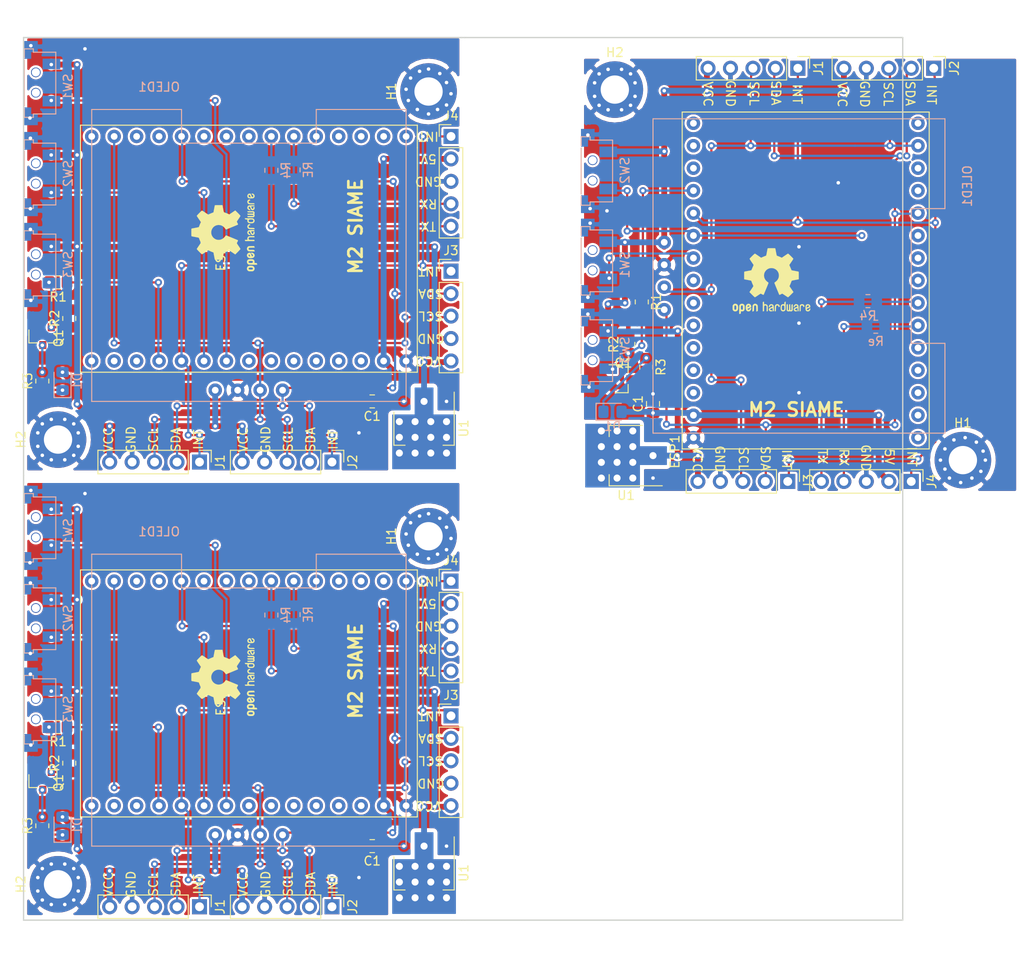
<source format=kicad_pcb>
(kicad_pcb (version 20171130) (host pcbnew 5.1.9-73d0e3b20d~88~ubuntu20.04.1)
  (title_block (title neOCampus) (date 2021-01-30) (rev 1.0.0) (company "University Paul Sabatier") (comment 1 "M2 SIAME"))
  (layers (0 F.Cu signal) (31 B.Cu signal) (34 B.Paste user) (35 F.Paste user) (36 B.SilkS user) (37 F.SilkS user) (38 B.Mask user) (39 F.Mask user) (44 Edge.Cuts user))
  (net 0 "")
  (net 1 VIN)
  (net 2 GND)
  (net 3 "Net-(D1-Pad1)")
  (net 4 GPIO_33)
  (net 5 GPIO_32)
  (net 6 INT)
  (net 7 GPIO_34)
  (net 8 U2_RX)
  (net 9 U2_TX)
  (net 10 SDA)
  (net 11 SCL)
  (net 12 3V3)
  (net 13 "Net-(Q1-Pad1)")
  (net 14 "Net-(Q1-Pad3)")
  (net 15 "Net-(ESP1-Pad20)")
  (net 16 "Net-(ESP1-Pad18)")
  (net 17 "Net-(ESP1-Pad17)")
  (net 18 "Net-(ESP1-Pad16)")
  (net 19 "Net-(ESP1-Pad15)")
  (net 20 "Net-(ESP1-Pad14)")
  (net 21 "Net-(ESP1-Pad8)")
  (net 22 "Net-(ESP1-Pad5)")
  (net 23 "Net-(ESP1-Pad4)")
  (net 24 "Net-(ESP1-Pad3)")
  (net 25 "Net-(ESP1-Pad21)")
  (net 26 "Net-(ESP1-Pad22)")
  (net 27 "Net-(ESP1-Pad24)")
  (net 28 "Net-(ESP1-Pad34)")
  (net 29 "Net-(ESP1-Pad35)")
  (net 30 "Net-(ESP1-Pad38)")
  (net 31 "Net-(ESP1-Pad40)")
  (net 32 "Net-(ESP1-Pad41)")
  (net 33 "Net-(ESP1-Pad9)")
  (net 34 "Net-(ESP1-Pad36)")
  (module LED_SMD:LED_0805_2012Metric_Pad1.15x1.40mm_HandSolder (layer B.Cu) (at 73.7482 119.7706 90)
    (fp_text reference D1 (at 0 1.65 270) (layer B.SilkS) (effects (justify mirror)))
    (fp_text value LED)
    (pad 2 smd roundrect (at 1.025 0 90) (size 1.15 1.4) (layers B.Cu B.Paste B.Mask) (roundrect_rratio 0.217391) (net 1 VIN))
    (pad 1 smd roundrect (at -1.025 0 90) (size 1.15 1.4) (layers B.Cu B.Paste B.Mask) (roundrect_rratio 0.217391) (net 3 "Net-(D1-Pad1)"))
  )
  (module Symbol:OSHW-Logo2_9.8x8mm_SilkScreen (layer F.Cu) (at 92.0362 102.9521 90)
    (fp_text reference REF** hide)
    (fp_text value OSHW-Logo2_9.8x8mm_SilkScreen hide)
  )
  (module Connector_PinHeader_2.54mm:PinHeader_1x05_P2.54mm_Vertical (layer F.Cu) (at 89.2422 128.9236 270)
    (fp_text reference J1 (at 0 -2.33 90) (layer F.SilkS))
    (fp_text value Conn_01x05_Female)
    (pad 1 thru_hole rect (at 0 0 270) (size 1.7 1.7) (drill 1) (layers *.Cu *.Mask) (net 6 INT))
    (pad 2 thru_hole oval (at 0 2.54 270) (size 1.7 1.7) (drill 1) (layers *.Cu *.Mask) (net 10 SDA))
    (pad 3 thru_hole oval (at 0 5.08 270) (size 1.7 1.7) (drill 1) (layers *.Cu *.Mask) (net 11 SCL))
    (pad 4 thru_hole oval (at 0 7.62 270) (size 1.7 1.7) (drill 1) (layers *.Cu *.Mask) (net 2 GND))
    (pad 5 thru_hole oval (at 0 10.16 270) (size 1.7 1.7) (drill 1) (layers *.Cu *.Mask) (net 12 3V3))
  )
  (module pcb-v5:OLED_1.3 (layer B.Cu) (at 77.0502 89.0456)
    (fp_text reference OLED1 (at 7.62 -2.54 180) (layer B.SilkS) (effects (justify mirror)))
    (fp_text value OLED_1.3")
    (pad 4 thru_hole circle (at 21.59 31.75) (size 1.524 1.524) (drill 0.762) (layers *.Cu *.Mask) (net 10 SDA))
    (pad 3 thru_hole circle (at 19.05 31.75) (size 1.524 1.524) (drill 0.762) (layers *.Cu *.Mask) (net 11 SCL))
    (pad 2 thru_hole circle (at 16.51 31.75) (size 1.524 1.524) (drill 0.762) (layers *.Cu *.Mask) (net 2 GND))
    (pad 1 thru_hole circle (at 13.97 31.75) (size 1.524 1.524) (drill 0.762) (layers *.Cu *.Mask) (net 12 3V3))
  )
  (module Connector_PinHeader_2.54mm:PinHeader_1x05_P2.54mm_Vertical (layer F.Cu) (at 117.6902 107.3336)
    (fp_text reference J3 (at 0 -2.33) (layer F.SilkS))
    (fp_text value Conn_01x05_Female)
    (pad 5 thru_hole oval (at 0 10.16) (size 1.7 1.7) (drill 1) (layers *.Cu *.Mask) (net 12 3V3))
    (pad 4 thru_hole oval (at 0 7.62) (size 1.7 1.7) (drill 1) (layers *.Cu *.Mask) (net 2 GND))
    (pad 3 thru_hole oval (at 0 5.08) (size 1.7 1.7) (drill 1) (layers *.Cu *.Mask) (net 11 SCL))
    (pad 2 thru_hole oval (at 0 2.54) (size 1.7 1.7) (drill 1) (layers *.Cu *.Mask) (net 10 SDA))
    (pad 1 thru_hole rect (at 0 0) (size 1.7 1.7) (drill 1) (layers *.Cu *.Mask) (net 6 INT))
  )
  (module pcb-v5:G71Y_µsw_smd (layer B.Cu) (at 69.4302 86.1246 270)
    (fp_text reference SW1 (at 0.381 -4.953 90) (layer B.SilkS) (effects (justify mirror)))
    (fp_text value G71Y)
    (pad 3 smd rect (at -3.81 -0.381 270) (size 2 0.8) (layers B.Cu B.Paste B.Mask) (net 2 GND))
    (pad 3 smd rect (at -4.191 -0.762 270) (size 1.27 1.524) (layers B.Cu B.Paste B.Mask) (net 2 GND))
    (pad 3 smd rect (at 3.683 -0.381 270) (size 2 0.8) (layers B.Cu B.Paste B.Mask) (net 2 GND))
    (pad 3 smd rect (at 4.064 -0.762 270) (size 1.27 1.524) (layers B.Cu B.Paste B.Mask) (net 2 GND))
    (pad 1 smd rect (at -2.227 -2.667 270) (size 1.2 2) (drill (offset 0 -0.4)) (layers B.Cu B.Paste B.Mask) (net 12 3V3))
    (pad 2 smd rect (at 1.973 -2.667 270) (size 1.2 2) (drill (offset 0 -0.4)) (layers B.Cu B.Paste B.Mask) (net 4 GPIO_33))
    (pad "" np_thru_hole circle (at -1.277 -1.3 270) (size 1.1 1.1) (drill 0.9) (layers *.Cu *.Mask))
    (pad "" np_thru_hole circle (at 1.023 -1.3 270) (size 1.1 1.1) (drill 0.9) (layers *.Cu *.Mask))
  )
  (module Resistor_SMD:R_0805_2012Metric_Pad1.20x1.40mm_HandSolder (layer B.Cu) (at 97.3702 95.929 90)
    (fp_text reference R4 (at 0 1.65 90) (layer B.SilkS) (effects (justify mirror)))
    (fp_text value 220)
    (pad 2 smd roundrect (at 1 0 90) (size 1.2 1.4) (layers B.Cu B.Paste B.Mask) (roundrect_rratio 0.208333))
    (pad 1 smd roundrect (at -1 0 90) (size 1.2 1.4) (layers B.Cu B.Paste B.Mask) (roundrect_rratio 0.208333))
  )
  (module pcb-v5:G71Y_µsw_smd (layer B.Cu) (at 69.4302 96.4116 270)
    (fp_text reference SW2 (at -0.127 -4.953 90) (layer B.SilkS) (effects (justify mirror)))
    (fp_text value G71Y)
    (pad 3 smd rect (at -3.81 -0.381 270) (size 2 0.8) (layers B.Cu B.Paste B.Mask) (net 2 GND))
    (pad 3 smd rect (at -4.191 -0.762 270) (size 1.27 1.524) (layers B.Cu B.Paste B.Mask) (net 2 GND))
    (pad 3 smd rect (at 3.683 -0.381 270) (size 2 0.8) (layers B.Cu B.Paste B.Mask) (net 2 GND))
    (pad 3 smd rect (at 4.064 -0.762 270) (size 1.27 1.524) (layers B.Cu B.Paste B.Mask) (net 2 GND))
    (pad 1 smd rect (at -2.227 -2.667 270) (size 1.2 2) (drill (offset 0 -0.4)) (layers B.Cu B.Paste B.Mask) (net 12 3V3))
    (pad 2 smd rect (at 1.973 -2.667 270) (size 1.2 2) (drill (offset 0 -0.4)) (layers B.Cu B.Paste B.Mask) (net 5 GPIO_32))
    (pad "" np_thru_hole circle (at -1.277 -1.3 270) (size 1.1 1.1) (drill 0.9) (layers *.Cu *.Mask))
    (pad "" np_thru_hole circle (at 1.023 -1.3 270) (size 1.1 1.1) (drill 0.9) (layers *.Cu *.Mask))
  )
  (module Package_TO_SOT_SMD:SOT-223-3_TabPin2 (layer F.Cu) (at 114.6422 125.1136 270)
    (fp_text reference U1 (at 0 -4.5 90) (layer F.SilkS))
    (fp_text value AMS1117-3.3)
    (pad 1 smd rect (at -3.15 -2.3 270) (size 2 1.5) (layers F.Cu F.Paste F.Mask) (net 2 GND))
    (pad 3 smd rect (at -3.15 2.3 270) (size 2 1.5) (layers F.Cu F.Paste F.Mask) (net 1 VIN))
    (pad 2 smd rect (at -3.15 0 270) (size 2 1.5) (layers F.Cu F.Paste F.Mask) (net 12 3V3))
    (pad 2 smd rect (at 3.15 0 270) (size 2 3.8) (layers F.Cu F.Paste F.Mask) (net 12 3V3))
  )
  (module MountingHole:MountingHole_3.2mm_M3_Pad (layer F.Cu) (at 73.2402 126.3836 90)
    (fp_text reference H2 (at 0 -4.2 90) (layer F.SilkS))
    (fp_text value MountingHole_Pad)
    (pad 1 thru_hole circle (at 0 0 90) (size 6.4 6.4) (drill 3.2) (layers *.Cu *.Mask) (net 2 GND))
  )
  (module Resistor_SMD:R_0805_2012Metric_Pad1.20x1.40mm_HandSolder (layer F.Cu) (at 71.4622 119.7636 90)
    (fp_text reference R3 (at 0 -1.65 270) (layer F.SilkS))
    (fp_text value 68)
    (pad 2 smd roundrect (at 1 0 90) (size 1.2 1.4) (layers F.Cu F.Paste F.Mask) (roundrect_rratio 0.208333) (net 14 "Net-(Q1-Pad3)"))
    (pad 1 smd roundrect (at -1 0 90) (size 1.2 1.4) (layers F.Cu F.Paste F.Mask) (roundrect_rratio 0.208333) (net 3 "Net-(D1-Pad1)"))
  )
  (module pcb-v5:ESP32_30_pins (layer F.Cu) (at 112.6102 117.4936 90)
    (fp_text reference ESP1 (at 12.065 -20.955 90) (layer F.SilkS))
    (fp_text value ESP32)
    (pad 36 thru_hole circle (at 25.4 -35.56 90) (size 1.524 1.524) (drill 0.762) (layers *.Cu *.Mask) (net 34 "Net-(ESP1-Pad36)"))
    (pad 9 thru_hole circle (at 0 -35.56 90) (size 1.524 1.524) (drill 0.762) (layers *.Cu *.Mask) (net 33 "Net-(ESP1-Pad9)"))
    (pad 39 thru_hole circle (at 25.4 -33.02 90) (size 1.524 1.524) (drill 0.762) (layers *.Cu *.Mask) (net 11 SCL))
    (pad 41 thru_hole circle (at 25.4 -30.48 90) (size 1.524 1.524) (drill 0.762) (layers *.Cu *.Mask) (net 32 "Net-(ESP1-Pad41)"))
    (pad 40 thru_hole circle (at 25.4 -27.94 90) (size 1.524 1.524) (drill 0.762) (layers *.Cu *.Mask) (net 31 "Net-(ESP1-Pad40)"))
    (pad 42 thru_hole circle (at 25.4 -25.4 90) (size 1.524 1.524) (drill 0.762) (layers *.Cu *.Mask) (net 10 SDA))
    (pad 38 thru_hole circle (at 25.4 -22.86 90) (size 1.524 1.524) (drill 0.762) (layers *.Cu *.Mask) (net 30 "Net-(ESP1-Pad38)"))
    (pad 35 thru_hole circle (at 25.4 -20.32 90) (size 1.524 1.524) (drill 0.762) (layers *.Cu *.Mask) (net 29 "Net-(ESP1-Pad35)"))
    (pad 34 thru_hole circle (at 25.4 -17.78 90) (size 1.524 1.524) (drill 0.762) (layers *.Cu *.Mask) (net 28 "Net-(ESP1-Pad34)"))
    (pad 27 thru_hole circle (at 25.4 -15.24 90) (size 1.524 1.524) (drill 0.762) (layers *.Cu *.Mask) (net 9 U2_TX))
    (pad 25 thru_hole circle (at 25.4 -12.7 90) (size 1.524 1.524) (drill 0.762) (layers *.Cu *.Mask) (net 8 U2_RX))
    (pad 24 thru_hole circle (at 25.4 -10.16 90) (size 1.524 1.524) (drill 0.762) (layers *.Cu *.Mask) (net 27 "Net-(ESP1-Pad24)"))
    (pad 22 thru_hole circle (at 25.4 -7.62 90) (size 1.524 1.524) (drill 0.762) (layers *.Cu *.Mask) (net 26 "Net-(ESP1-Pad22)"))
    (pad 21 thru_hole circle (at 25.4 -5.08 90) (size 1.524 1.524) (drill 0.762) (layers *.Cu *.Mask) (net 25 "Net-(ESP1-Pad21)"))
    (pad 3 thru_hole circle (at 25.4 -2.54 90) (size 1.524 1.524) (drill 0.762) (layers *.Cu *.Mask) (net 24 "Net-(ESP1-Pad3)"))
    (pad 4 thru_hole circle (at 25.4 0 90) (size 1.524 1.524) (drill 0.762) (layers *.Cu *.Mask) (net 23 "Net-(ESP1-Pad4)"))
    (pad 5 thru_hole circle (at 0 -33.02 90) (size 1.524 1.524) (drill 0.762) (layers *.Cu *.Mask) (net 22 "Net-(ESP1-Pad5)"))
    (pad 8 thru_hole circle (at 0 -30.48 90) (size 1.524 1.524) (drill 0.762) (layers *.Cu *.Mask) (net 21 "Net-(ESP1-Pad8)"))
    (pad 10 thru_hole circle (at 0 -27.94 90) (size 1.524 1.524) (drill 0.762) (layers *.Cu *.Mask) (net 7 GPIO_34))
    (pad 11 thru_hole circle (at 0 -25.4 90) (size 1.524 1.524) (drill 0.762) (layers *.Cu *.Mask) (net 6 INT))
    (pad 12 thru_hole circle (at 0 -22.86 90) (size 1.524 1.524) (drill 0.762) (layers *.Cu *.Mask) (net 5 GPIO_32))
    (pad 13 thru_hole circle (at 0 -20.32 90) (size 1.524 1.524) (drill 0.762) (layers *.Cu *.Mask) (net 4 GPIO_33))
    (pad 14 thru_hole circle (at 0 -17.78 90) (size 1.524 1.524) (drill 0.762) (layers *.Cu *.Mask) (net 20 "Net-(ESP1-Pad14)"))
    (pad 15 thru_hole circle (at 0 -15.24 90) (size 1.524 1.524) (drill 0.762) (layers *.Cu *.Mask) (net 19 "Net-(ESP1-Pad15)"))
    (pad 16 thru_hole circle (at 0 -12.7 90) (size 1.524 1.524) (drill 0.762) (layers *.Cu *.Mask) (net 18 "Net-(ESP1-Pad16)"))
    (pad 17 thru_hole circle (at 0 -10.16 90) (size 1.524 1.524) (drill 0.762) (layers *.Cu *.Mask) (net 17 "Net-(ESP1-Pad17)"))
    (pad 18 thru_hole circle (at 0 -7.62 90) (size 1.524 1.524) (drill 0.762) (layers *.Cu *.Mask) (net 16 "Net-(ESP1-Pad18)"))
    (pad 20 thru_hole circle (at 0 -5.08 90) (size 1.524 1.524) (drill 0.762) (layers *.Cu *.Mask) (net 15 "Net-(ESP1-Pad20)"))
    (pad 2 thru_hole circle (at 0 -2.54 90) (size 1.524 1.524) (drill 0.762) (layers *.Cu *.Mask) (net 1 VIN))
    (pad 1 thru_hole circle (at 0 0 90) (size 1.524 1.524) (drill 0.762) (layers *.Cu *.Mask) (net 2 GND))
  )
  (module Resistor_SMD:R_0805_2012Metric_Pad1.20x1.40mm_HandSolder (layer B.Cu) (at 99.8848 95.8782 90)
    (fp_text reference RE (at 0 1.65 90) (layer B.SilkS) (effects (justify mirror)))
    (fp_text value 220)
    (pad 1 smd roundrect (at -1 0 90) (size 1.2 1.4) (layers B.Cu B.Paste B.Mask) (roundrect_rratio 0.208333))
    (pad 2 smd roundrect (at 1 0 90) (size 1.2 1.4) (layers B.Cu B.Paste B.Mask) (roundrect_rratio 0.208333))
  )
  (module Package_TO_SOT_SMD:SOT-23 (layer F.Cu) (at 71.5282 114.6836 270)
    (fp_text reference Q1 (at 0.238 -1.778 90) (layer F.SilkS))
    (fp_text value 2N7002)
    (pad 3 smd rect (at 1 0 270) (size 0.9 0.8) (layers F.Cu F.Paste F.Mask) (net 14 "Net-(Q1-Pad3)"))
    (pad 2 smd rect (at -1 0.95 270) (size 0.9 0.8) (layers F.Cu F.Paste F.Mask) (net 2 GND))
    (pad 1 smd rect (at -1 -0.95 270) (size 0.9 0.8) (layers F.Cu F.Paste F.Mask) (net 13 "Net-(Q1-Pad1)"))
  )
  (module MountingHole:MountingHole_3.2mm_M3_Pad (layer F.Cu) (at 115.1502 87.0136 90)
    (fp_text reference H1 (at 0 -4.2 90) (layer F.SilkS))
    (fp_text value MountingHole_Pad)
    (pad 1 thru_hole circle (at 0 0 90) (size 6.4 6.4) (drill 3.2) (layers *.Cu *.Mask) (net 2 GND))
  )
  (module Capacitor_SMD:C_0805_2012Metric_Pad1.18x1.45mm_HandSolder (layer F.Cu) (at 108.7787 122.0656 180)
    (fp_text reference C1 (at 0 -1.68) (layer F.SilkS))
    (fp_text value 10µF)
    (pad 2 smd roundrect (at 1.0375 0 180) (size 1.175 1.45) (layers F.Cu F.Paste F.Mask) (roundrect_rratio 0.212766) (net 2 GND))
    (pad 1 smd roundrect (at -1.0375 0 180) (size 1.175 1.45) (layers F.Cu F.Paste F.Mask) (roundrect_rratio 0.212766) (net 1 VIN))
  )
  (module pcb-v5:G71Y_µsw_smd (layer B.Cu) (at 69.4302 106.6986 270)
    (fp_text reference SW3 (at -0.127 -4.953 90) (layer B.SilkS) (effects (justify mirror)))
    (fp_text value G71Y)
    (pad 3 smd rect (at -3.81 -0.381 270) (size 2 0.8) (layers B.Cu B.Paste B.Mask) (net 2 GND))
    (pad 3 smd rect (at -4.191 -0.762 270) (size 1.27 1.524) (layers B.Cu B.Paste B.Mask) (net 2 GND))
    (pad 3 smd rect (at 3.683 -0.381 270) (size 2 0.8) (layers B.Cu B.Paste B.Mask) (net 2 GND))
    (pad 3 smd rect (at 4.064 -0.762 270) (size 1.27 1.524) (layers B.Cu B.Paste B.Mask) (net 2 GND))
    (pad 1 smd rect (at -2.227 -2.667 270) (size 1.2 2) (drill (offset 0 -0.4)) (layers B.Cu B.Paste B.Mask) (net 12 3V3))
    (pad 2 smd rect (at 1.973 -2.667 270) (size 1.2 2) (drill (offset 0 -0.4)) (layers B.Cu B.Paste B.Mask) (net 13 "Net-(Q1-Pad1)"))
    (pad "" np_thru_hole circle (at -1.277 -1.3 270) (size 1.1 1.1) (drill 0.9) (layers *.Cu *.Mask))
    (pad "" np_thru_hole circle (at 1.023 -1.3 270) (size 1.1 1.1) (drill 0.9) (layers *.Cu *.Mask))
  )
  (module Resistor_SMD:R_0805_2012Metric_Pad1.20x1.40mm_HandSolder (layer F.Cu) (at 74.5102 112.6836 90)
    (fp_text reference R2 (at 0 -1.65 90) (layer F.SilkS))
    (fp_text value 15k)
    (pad 2 smd roundrect (at 1 0 90) (size 1.2 1.4) (layers F.Cu F.Paste F.Mask) (roundrect_rratio 0.208333) (net 2 GND))
    (pad 1 smd roundrect (at -1 0 90) (size 1.2 1.4) (layers F.Cu F.Paste F.Mask) (roundrect_rratio 0.208333) (net 13 "Net-(Q1-Pad1)"))
  )
  (module Connector_PinHeader_2.54mm:PinHeader_1x05_P2.54mm_Vertical (layer F.Cu) (at 104.2282 128.9236 270)
    (fp_text reference J2 (at 0 -2.33 90) (layer F.SilkS))
    (fp_text value Conn_01x05_Female)
    (pad 1 thru_hole rect (at 0 0 270) (size 1.7 1.7) (drill 1) (layers *.Cu *.Mask) (net 6 INT))
    (pad 2 thru_hole oval (at 0 2.54 270) (size 1.7 1.7) (drill 1) (layers *.Cu *.Mask) (net 10 SDA))
    (pad 3 thru_hole oval (at 0 5.08 270) (size 1.7 1.7) (drill 1) (layers *.Cu *.Mask) (net 11 SCL))
    (pad 4 thru_hole oval (at 0 7.62 270) (size 1.7 1.7) (drill 1) (layers *.Cu *.Mask) (net 2 GND))
    (pad 5 thru_hole oval (at 0 10.16 270) (size 1.7 1.7) (drill 1) (layers *.Cu *.Mask) (net 12 3V3))
  )
  (module Connector_PinHeader_2.54mm:PinHeader_1x05_P2.54mm_Vertical (layer F.Cu) (at 117.6902 92.0936)
    (fp_text reference J4 (at 0 -2.33) (layer F.SilkS))
    (fp_text value Conn_01x05_Male)
    (pad 1 thru_hole rect (at 0 0) (size 1.7 1.7) (drill 1) (layers *.Cu *.Mask) (net 6 INT))
    (pad 2 thru_hole oval (at 0 2.54) (size 1.7 1.7) (drill 1) (layers *.Cu *.Mask) (net 1 VIN))
    (pad 3 thru_hole oval (at 0 5.08) (size 1.7 1.7) (drill 1) (layers *.Cu *.Mask) (net 2 GND))
    (pad 4 thru_hole oval (at 0 7.62) (size 1.7 1.7) (drill 1) (layers *.Cu *.Mask) (net 8 U2_RX))
    (pad 5 thru_hole oval (at 0 10.16) (size 1.7 1.7) (drill 1) (layers *.Cu *.Mask) (net 9 U2_TX))
  )
  (module Resistor_SMD:R_0805_2012Metric_Pad1.20x1.40mm_HandSolder (layer F.Cu) (at 73.2562 108.6036 180)
    (fp_text reference R1 (at 0 -1.65) (layer F.SilkS))
    (fp_text value 470)
    (pad 1 smd roundrect (at -1 0 180) (size 1.2 1.4) (layers F.Cu F.Paste F.Mask) (roundrect_rratio 0.208333) (net 7 GPIO_34))
    (pad 2 smd roundrect (at 1 0 180) (size 1.2 1.4) (layers F.Cu F.Paste F.Mask) (roundrect_rratio 0.208333) (net 13 "Net-(Q1-Pad1)"))
  )
  (module Resistor_SMD:R_0805_2012Metric_Pad1.20x1.40mm_HandSolder (layer B.Cu) (at 99.8848 45.5782 90)
    (fp_text reference RE (at 0 1.65 90) (layer B.SilkS) (effects (justify mirror)))
    (fp_text value 220)
    (pad 2 smd roundrect (at 1 0 90) (size 1.2 1.4) (layers B.Cu B.Paste B.Mask) (roundrect_rratio 0.208333))
    (pad 1 smd roundrect (at -1 0 90) (size 1.2 1.4) (layers B.Cu B.Paste B.Mask) (roundrect_rratio 0.208333))
  )
  (module Resistor_SMD:R_0805_2012Metric_Pad1.20x1.40mm_HandSolder (layer B.Cu) (at 97.3702 45.629 90)
    (fp_text reference R4 (at 0 1.65 90) (layer B.SilkS) (effects (justify mirror)))
    (fp_text value 220)
    (pad 1 smd roundrect (at -1 0 90) (size 1.2 1.4) (layers B.Cu B.Paste B.Mask) (roundrect_rratio 0.208333))
    (pad 2 smd roundrect (at 1 0 90) (size 1.2 1.4) (layers B.Cu B.Paste B.Mask) (roundrect_rratio 0.208333))
  )
  (module Symbol:OSHW-Logo2_9.8x8mm_SilkScreen (layer F.Cu) (at 92.0362 52.6521 90)
    (fp_text reference REF** hide)
    (fp_text value OSHW-Logo2_9.8x8mm_SilkScreen hide)
  )
  (module pcb-v5:OLED_1.3 (layer B.Cu) (at 77.0502 38.7456)
    (fp_text reference OLED1 (at 7.62 -2.54 180) (layer B.SilkS) (effects (justify mirror)))
    (fp_text value OLED_1.3")
    (pad 1 thru_hole circle (at 13.97 31.75) (size 1.524 1.524) (drill 0.762) (layers *.Cu *.Mask) (net 12 3V3))
    (pad 2 thru_hole circle (at 16.51 31.75) (size 1.524 1.524) (drill 0.762) (layers *.Cu *.Mask) (net 2 GND))
    (pad 3 thru_hole circle (at 19.05 31.75) (size 1.524 1.524) (drill 0.762) (layers *.Cu *.Mask) (net 11 SCL))
    (pad 4 thru_hole circle (at 21.59 31.75) (size 1.524 1.524) (drill 0.762) (layers *.Cu *.Mask) (net 10 SDA))
  )
  (module Package_TO_SOT_SMD:SOT-223-3_TabPin2 (layer F.Cu) (at 114.6422 74.8136 270)
    (fp_text reference U1 (at 0 -4.5 90) (layer F.SilkS))
    (fp_text value AMS1117-3.3)
    (pad 2 smd rect (at 3.15 0 270) (size 2 3.8) (layers F.Cu F.Paste F.Mask) (net 12 3V3))
    (pad 2 smd rect (at -3.15 0 270) (size 2 1.5) (layers F.Cu F.Paste F.Mask) (net 12 3V3))
    (pad 3 smd rect (at -3.15 2.3 270) (size 2 1.5) (layers F.Cu F.Paste F.Mask) (net 1 VIN))
    (pad 1 smd rect (at -3.15 -2.3 270) (size 2 1.5) (layers F.Cu F.Paste F.Mask) (net 2 GND))
  )
  (module Connector_PinHeader_2.54mm:PinHeader_1x05_P2.54mm_Vertical (layer F.Cu) (at 117.6902 41.7936)
    (fp_text reference J4 (at 0 -2.33) (layer F.SilkS))
    (fp_text value Conn_01x05_Male)
    (pad 5 thru_hole oval (at 0 10.16) (size 1.7 1.7) (drill 1) (layers *.Cu *.Mask) (net 9 U2_TX))
    (pad 4 thru_hole oval (at 0 7.62) (size 1.7 1.7) (drill 1) (layers *.Cu *.Mask) (net 8 U2_RX))
    (pad 3 thru_hole oval (at 0 5.08) (size 1.7 1.7) (drill 1) (layers *.Cu *.Mask) (net 2 GND))
    (pad 2 thru_hole oval (at 0 2.54) (size 1.7 1.7) (drill 1) (layers *.Cu *.Mask) (net 1 VIN))
    (pad 1 thru_hole rect (at 0 0) (size 1.7 1.7) (drill 1) (layers *.Cu *.Mask) (net 6 INT))
  )
  (module Connector_PinHeader_2.54mm:PinHeader_1x05_P2.54mm_Vertical (layer F.Cu) (at 104.2282 78.6236 270)
    (fp_text reference J2 (at 0 -2.33 90) (layer F.SilkS))
    (fp_text value Conn_01x05_Female)
    (pad 5 thru_hole oval (at 0 10.16 270) (size 1.7 1.7) (drill 1) (layers *.Cu *.Mask) (net 12 3V3))
    (pad 4 thru_hole oval (at 0 7.62 270) (size 1.7 1.7) (drill 1) (layers *.Cu *.Mask) (net 2 GND))
    (pad 3 thru_hole oval (at 0 5.08 270) (size 1.7 1.7) (drill 1) (layers *.Cu *.Mask) (net 11 SCL))
    (pad 2 thru_hole oval (at 0 2.54 270) (size 1.7 1.7) (drill 1) (layers *.Cu *.Mask) (net 10 SDA))
    (pad 1 thru_hole rect (at 0 0 270) (size 1.7 1.7) (drill 1) (layers *.Cu *.Mask) (net 6 INT))
  )
  (module Connector_PinHeader_2.54mm:PinHeader_1x05_P2.54mm_Vertical (layer F.Cu) (at 89.2422 78.6236 270)
    (fp_text reference J1 (at 0 -2.33 90) (layer F.SilkS))
    (fp_text value Conn_01x05_Female)
    (pad 5 thru_hole oval (at 0 10.16 270) (size 1.7 1.7) (drill 1) (layers *.Cu *.Mask) (net 12 3V3))
    (pad 4 thru_hole oval (at 0 7.62 270) (size 1.7 1.7) (drill 1) (layers *.Cu *.Mask) (net 2 GND))
    (pad 3 thru_hole oval (at 0 5.08 270) (size 1.7 1.7) (drill 1) (layers *.Cu *.Mask) (net 11 SCL))
    (pad 2 thru_hole oval (at 0 2.54 270) (size 1.7 1.7) (drill 1) (layers *.Cu *.Mask) (net 10 SDA))
    (pad 1 thru_hole rect (at 0 0 270) (size 1.7 1.7) (drill 1) (layers *.Cu *.Mask) (net 6 INT))
  )
  (module pcb-v5:G71Y_µsw_smd (layer B.Cu) (at 69.4302 56.3986 270)
    (fp_text reference SW3 (at -0.127 -4.953 90) (layer B.SilkS) (effects (justify mirror)))
    (fp_text value G71Y)
    (pad "" np_thru_hole circle (at 1.023 -1.3 270) (size 1.1 1.1) (drill 0.9) (layers *.Cu *.Mask))
    (pad "" np_thru_hole circle (at -1.277 -1.3 270) (size 1.1 1.1) (drill 0.9) (layers *.Cu *.Mask))
    (pad 2 smd rect (at 1.973 -2.667 270) (size 1.2 2) (drill (offset 0 -0.4)) (layers B.Cu B.Paste B.Mask) (net 13 "Net-(Q1-Pad1)"))
    (pad 1 smd rect (at -2.227 -2.667 270) (size 1.2 2) (drill (offset 0 -0.4)) (layers B.Cu B.Paste B.Mask) (net 12 3V3))
    (pad 3 smd rect (at 4.064 -0.762 270) (size 1.27 1.524) (layers B.Cu B.Paste B.Mask) (net 2 GND))
    (pad 3 smd rect (at 3.683 -0.381 270) (size 2 0.8) (layers B.Cu B.Paste B.Mask) (net 2 GND))
    (pad 3 smd rect (at -4.191 -0.762 270) (size 1.27 1.524) (layers B.Cu B.Paste B.Mask) (net 2 GND))
    (pad 3 smd rect (at -3.81 -0.381 270) (size 2 0.8) (layers B.Cu B.Paste B.Mask) (net 2 GND))
  )
  (module pcb-v5:G71Y_µsw_smd (layer B.Cu) (at 69.4302 46.1116 270)
    (fp_text reference SW2 (at -0.127 -4.953 90) (layer B.SilkS) (effects (justify mirror)))
    (fp_text value G71Y)
    (pad "" np_thru_hole circle (at 1.023 -1.3 270) (size 1.1 1.1) (drill 0.9) (layers *.Cu *.Mask))
    (pad "" np_thru_hole circle (at -1.277 -1.3 270) (size 1.1 1.1) (drill 0.9) (layers *.Cu *.Mask))
    (pad 2 smd rect (at 1.973 -2.667 270) (size 1.2 2) (drill (offset 0 -0.4)) (layers B.Cu B.Paste B.Mask) (net 5 GPIO_32))
    (pad 1 smd rect (at -2.227 -2.667 270) (size 1.2 2) (drill (offset 0 -0.4)) (layers B.Cu B.Paste B.Mask) (net 12 3V3))
    (pad 3 smd rect (at 4.064 -0.762 270) (size 1.27 1.524) (layers B.Cu B.Paste B.Mask) (net 2 GND))
    (pad 3 smd rect (at 3.683 -0.381 270) (size 2 0.8) (layers B.Cu B.Paste B.Mask) (net 2 GND))
    (pad 3 smd rect (at -4.191 -0.762 270) (size 1.27 1.524) (layers B.Cu B.Paste B.Mask) (net 2 GND))
    (pad 3 smd rect (at -3.81 -0.381 270) (size 2 0.8) (layers B.Cu B.Paste B.Mask) (net 2 GND))
  )
  (module pcb-v5:G71Y_µsw_smd (layer B.Cu) (at 69.4302 35.8246 270)
    (fp_text reference SW1 (at 0.381 -4.953 90) (layer B.SilkS) (effects (justify mirror)))
    (fp_text value G71Y)
    (pad "" np_thru_hole circle (at 1.023 -1.3 270) (size 1.1 1.1) (drill 0.9) (layers *.Cu *.Mask))
    (pad "" np_thru_hole circle (at -1.277 -1.3 270) (size 1.1 1.1) (drill 0.9) (layers *.Cu *.Mask))
    (pad 2 smd rect (at 1.973 -2.667 270) (size 1.2 2) (drill (offset 0 -0.4)) (layers B.Cu B.Paste B.Mask) (net 4 GPIO_33))
    (pad 1 smd rect (at -2.227 -2.667 270) (size 1.2 2) (drill (offset 0 -0.4)) (layers B.Cu B.Paste B.Mask) (net 12 3V3))
    (pad 3 smd rect (at 4.064 -0.762 270) (size 1.27 1.524) (layers B.Cu B.Paste B.Mask) (net 2 GND))
    (pad 3 smd rect (at 3.683 -0.381 270) (size 2 0.8) (layers B.Cu B.Paste B.Mask) (net 2 GND))
    (pad 3 smd rect (at -4.191 -0.762 270) (size 1.27 1.524) (layers B.Cu B.Paste B.Mask) (net 2 GND))
    (pad 3 smd rect (at -3.81 -0.381 270) (size 2 0.8) (layers B.Cu B.Paste B.Mask) (net 2 GND))
  )
  (module Capacitor_SMD:C_0805_2012Metric_Pad1.18x1.45mm_HandSolder (layer F.Cu) (at 108.7787 71.7656 180)
    (fp_text reference C1 (at 0 -1.68) (layer F.SilkS))
    (fp_text value 10µF)
    (pad 1 smd roundrect (at -1.0375 0 180) (size 1.175 1.45) (layers F.Cu F.Paste F.Mask) (roundrect_rratio 0.212766) (net 1 VIN))
    (pad 2 smd roundrect (at 1.0375 0 180) (size 1.175 1.45) (layers F.Cu F.Paste F.Mask) (roundrect_rratio 0.212766) (net 2 GND))
  )
  (module LED_SMD:LED_0805_2012Metric_Pad1.15x1.40mm_HandSolder (layer B.Cu) (at 73.7482 69.4706 90)
    (fp_text reference D1 (at 0 1.65 270) (layer B.SilkS) (effects (justify mirror)))
    (fp_text value LED)
    (pad 1 smd roundrect (at -1.025 0 90) (size 1.15 1.4) (layers B.Cu B.Paste B.Mask) (roundrect_rratio 0.217391) (net 3 "Net-(D1-Pad1)"))
    (pad 2 smd roundrect (at 1.025 0 90) (size 1.15 1.4) (layers B.Cu B.Paste B.Mask) (roundrect_rratio 0.217391) (net 1 VIN))
  )
  (module pcb-v5:ESP32_30_pins (layer F.Cu) (at 112.6102 67.1936 90)
    (fp_text reference ESP1 (at 12.065 -20.955 90) (layer F.SilkS))
    (fp_text value ESP32)
    (pad 1 thru_hole circle (at 0 0 90) (size 1.524 1.524) (drill 0.762) (layers *.Cu *.Mask) (net 2 GND))
    (pad 2 thru_hole circle (at 0 -2.54 90) (size 1.524 1.524) (drill 0.762) (layers *.Cu *.Mask) (net 1 VIN))
    (pad 20 thru_hole circle (at 0 -5.08 90) (size 1.524 1.524) (drill 0.762) (layers *.Cu *.Mask) (net 15 "Net-(ESP1-Pad20)"))
    (pad 18 thru_hole circle (at 0 -7.62 90) (size 1.524 1.524) (drill 0.762) (layers *.Cu *.Mask) (net 16 "Net-(ESP1-Pad18)"))
    (pad 17 thru_hole circle (at 0 -10.16 90) (size 1.524 1.524) (drill 0.762) (layers *.Cu *.Mask) (net 17 "Net-(ESP1-Pad17)"))
    (pad 16 thru_hole circle (at 0 -12.7 90) (size 1.524 1.524) (drill 0.762) (layers *.Cu *.Mask) (net 18 "Net-(ESP1-Pad16)"))
    (pad 15 thru_hole circle (at 0 -15.24 90) (size 1.524 1.524) (drill 0.762) (layers *.Cu *.Mask) (net 19 "Net-(ESP1-Pad15)"))
    (pad 14 thru_hole circle (at 0 -17.78 90) (size 1.524 1.524) (drill 0.762) (layers *.Cu *.Mask) (net 20 "Net-(ESP1-Pad14)"))
    (pad 13 thru_hole circle (at 0 -20.32 90) (size 1.524 1.524) (drill 0.762) (layers *.Cu *.Mask) (net 4 GPIO_33))
    (pad 12 thru_hole circle (at 0 -22.86 90) (size 1.524 1.524) (drill 0.762) (layers *.Cu *.Mask) (net 5 GPIO_32))
    (pad 11 thru_hole circle (at 0 -25.4 90) (size 1.524 1.524) (drill 0.762) (layers *.Cu *.Mask) (net 6 INT))
    (pad 10 thru_hole circle (at 0 -27.94 90) (size 1.524 1.524) (drill 0.762) (layers *.Cu *.Mask) (net 7 GPIO_34))
    (pad 8 thru_hole circle (at 0 -30.48 90) (size 1.524 1.524) (drill 0.762) (layers *.Cu *.Mask) (net 21 "Net-(ESP1-Pad8)"))
    (pad 5 thru_hole circle (at 0 -33.02 90) (size 1.524 1.524) (drill 0.762) (layers *.Cu *.Mask) (net 22 "Net-(ESP1-Pad5)"))
    (pad 4 thru_hole circle (at 25.4 0 90) (size 1.524 1.524) (drill 0.762) (layers *.Cu *.Mask) (net 23 "Net-(ESP1-Pad4)"))
    (pad 3 thru_hole circle (at 25.4 -2.54 90) (size 1.524 1.524) (drill 0.762) (layers *.Cu *.Mask) (net 24 "Net-(ESP1-Pad3)"))
    (pad 21 thru_hole circle (at 25.4 -5.08 90) (size 1.524 1.524) (drill 0.762) (layers *.Cu *.Mask) (net 25 "Net-(ESP1-Pad21)"))
    (pad 22 thru_hole circle (at 25.4 -7.62 90) (size 1.524 1.524) (drill 0.762) (layers *.Cu *.Mask) (net 26 "Net-(ESP1-Pad22)"))
    (pad 24 thru_hole circle (at 25.4 -10.16 90) (size 1.524 1.524) (drill 0.762) (layers *.Cu *.Mask) (net 27 "Net-(ESP1-Pad24)"))
    (pad 25 thru_hole circle (at 25.4 -12.7 90) (size 1.524 1.524) (drill 0.762) (layers *.Cu *.Mask) (net 8 U2_RX))
    (pad 27 thru_hole circle (at 25.4 -15.24 90) (size 1.524 1.524) (drill 0.762) (layers *.Cu *.Mask) (net 9 U2_TX))
    (pad 34 thru_hole circle (at 25.4 -17.78 90) (size 1.524 1.524) (drill 0.762) (layers *.Cu *.Mask) (net 28 "Net-(ESP1-Pad34)"))
    (pad 35 thru_hole circle (at 25.4 -20.32 90) (size 1.524 1.524) (drill 0.762) (layers *.Cu *.Mask) (net 29 "Net-(ESP1-Pad35)"))
    (pad 38 thru_hole circle (at 25.4 -22.86 90) (size 1.524 1.524) (drill 0.762) (layers *.Cu *.Mask) (net 30 "Net-(ESP1-Pad38)"))
    (pad 42 thru_hole circle (at 25.4 -25.4 90) (size 1.524 1.524) (drill 0.762) (layers *.Cu *.Mask) (net 10 SDA))
    (pad 40 thru_hole circle (at 25.4 -27.94 90) (size 1.524 1.524) (drill 0.762) (layers *.Cu *.Mask) (net 31 "Net-(ESP1-Pad40)"))
    (pad 41 thru_hole circle (at 25.4 -30.48 90) (size 1.524 1.524) (drill 0.762) (layers *.Cu *.Mask) (net 32 "Net-(ESP1-Pad41)"))
    (pad 39 thru_hole circle (at 25.4 -33.02 90) (size 1.524 1.524) (drill 0.762) (layers *.Cu *.Mask) (net 11 SCL))
    (pad 9 thru_hole circle (at 0 -35.56 90) (size 1.524 1.524) (drill 0.762) (layers *.Cu *.Mask) (net 33 "Net-(ESP1-Pad9)"))
    (pad 36 thru_hole circle (at 25.4 -35.56 90) (size 1.524 1.524) (drill 0.762) (layers *.Cu *.Mask) (net 34 "Net-(ESP1-Pad36)"))
  )
  (module MountingHole:MountingHole_3.2mm_M3_Pad (layer F.Cu) (at 115.1502 36.7136 90)
    (fp_text reference H1 (at 0 -4.2 90) (layer F.SilkS))
    (fp_text value MountingHole_Pad)
    (pad 1 thru_hole circle (at 0 0 90) (size 6.4 6.4) (drill 3.2) (layers *.Cu *.Mask) (net 2 GND))
  )
  (module MountingHole:MountingHole_3.2mm_M3_Pad (layer F.Cu) (at 73.2402 76.0836 90)
    (fp_text reference H2 (at 0 -4.2 90) (layer F.SilkS))
    (fp_text value MountingHole_Pad)
    (pad 1 thru_hole circle (at 0 0 90) (size 6.4 6.4) (drill 3.2) (layers *.Cu *.Mask) (net 2 GND))
  )
  (module Connector_PinHeader_2.54mm:PinHeader_1x05_P2.54mm_Vertical (layer F.Cu) (at 117.6902 57.0336)
    (fp_text reference J3 (at 0 -2.33) (layer F.SilkS))
    (fp_text value Conn_01x05_Female)
    (pad 1 thru_hole rect (at 0 0) (size 1.7 1.7) (drill 1) (layers *.Cu *.Mask) (net 6 INT))
    (pad 2 thru_hole oval (at 0 2.54) (size 1.7 1.7) (drill 1) (layers *.Cu *.Mask) (net 10 SDA))
    (pad 3 thru_hole oval (at 0 5.08) (size 1.7 1.7) (drill 1) (layers *.Cu *.Mask) (net 11 SCL))
    (pad 4 thru_hole oval (at 0 7.62) (size 1.7 1.7) (drill 1) (layers *.Cu *.Mask) (net 2 GND))
    (pad 5 thru_hole oval (at 0 10.16) (size 1.7 1.7) (drill 1) (layers *.Cu *.Mask) (net 12 3V3))
  )
  (module Package_TO_SOT_SMD:SOT-23 (layer F.Cu) (at 71.5282 64.3836 270)
    (fp_text reference Q1 (at 0.238 -1.778 90) (layer F.SilkS))
    (fp_text value 2N7002)
    (pad 1 smd rect (at -1 -0.95 270) (size 0.9 0.8) (layers F.Cu F.Paste F.Mask) (net 13 "Net-(Q1-Pad1)"))
    (pad 2 smd rect (at -1 0.95 270) (size 0.9 0.8) (layers F.Cu F.Paste F.Mask) (net 2 GND))
    (pad 3 smd rect (at 1 0 270) (size 0.9 0.8) (layers F.Cu F.Paste F.Mask) (net 14 "Net-(Q1-Pad3)"))
  )
  (module Resistor_SMD:R_0805_2012Metric_Pad1.20x1.40mm_HandSolder (layer F.Cu) (at 73.2562 58.3036 180)
    (fp_text reference R1 (at 0 -1.65) (layer F.SilkS))
    (fp_text value 470)
    (pad 2 smd roundrect (at 1 0 180) (size 1.2 1.4) (layers F.Cu F.Paste F.Mask) (roundrect_rratio 0.208333) (net 13 "Net-(Q1-Pad1)"))
    (pad 1 smd roundrect (at -1 0 180) (size 1.2 1.4) (layers F.Cu F.Paste F.Mask) (roundrect_rratio 0.208333) (net 7 GPIO_34))
  )
  (module Resistor_SMD:R_0805_2012Metric_Pad1.20x1.40mm_HandSolder (layer F.Cu) (at 74.5102 62.3836 90)
    (fp_text reference R2 (at 0 -1.65 90) (layer F.SilkS))
    (fp_text value 15k)
    (pad 1 smd roundrect (at -1 0 90) (size 1.2 1.4) (layers F.Cu F.Paste F.Mask) (roundrect_rratio 0.208333) (net 13 "Net-(Q1-Pad1)"))
    (pad 2 smd roundrect (at 1 0 90) (size 1.2 1.4) (layers F.Cu F.Paste F.Mask) (roundrect_rratio 0.208333) (net 2 GND))
  )
  (module Resistor_SMD:R_0805_2012Metric_Pad1.20x1.40mm_HandSolder (layer F.Cu) (at 71.4622 69.4636 90)
    (fp_text reference R3 (at 0 -1.65 270) (layer F.SilkS))
    (fp_text value 68)
    (pad 1 smd roundrect (at -1 0 90) (size 1.2 1.4) (layers F.Cu F.Paste F.Mask) (roundrect_rratio 0.208333) (net 3 "Net-(D1-Pad1)"))
    (pad 2 smd roundrect (at 1 0 90) (size 1.2 1.4) (layers F.Cu F.Paste F.Mask) (roundrect_rratio 0.208333) (net 14 "Net-(Q1-Pad3)"))
  )
  (module Resistor_SMD:R_0805_2012Metric_Pad1.20x1.40mm_HandSolder (layer B.Cu) (at 165.7348 63.3174)
    (fp_text reference Re (at 0 1.65) (layer B.SilkS) (effects (justify mirror)))
    (fp_text value 220)
    (pad 2 smd roundrect (at 1 0) (size 1.2 1.4) (layers B.Cu B.Paste B.Mask) (roundrect_rratio 0.208333))
    (pad 1 smd roundrect (at -1 0) (size 1.2 1.4) (layers B.Cu B.Paste B.Mask) (roundrect_rratio 0.208333))
  )
  (module Resistor_SMD:R_0805_2012Metric_Pad1.20x1.40mm_HandSolder (layer B.Cu) (at 164.8458 60.4218)
    (fp_text reference R4 (at 0 1.65) (layer B.SilkS) (effects (justify mirror)))
    (fp_text value 220)
    (pad 2 smd roundrect (at 1 0) (size 1.2 1.4) (layers B.Cu B.Paste B.Mask) (roundrect_rratio 0.208333))
    (pad 1 smd roundrect (at -1 0) (size 1.2 1.4) (layers B.Cu B.Paste B.Mask) (roundrect_rratio 0.208333))
  )
  (module Symbol:OSHW-Logo2_9.8x8mm_SilkScreen (layer F.Cu) (at 153.9365 58.1485)
    (fp_text reference REF** hide)
    (fp_text value OSHW-Logo2_9.8x8mm_SilkScreen hide)
  )
  (module Connector_PinHeader_2.54mm:PinHeader_1x05_P2.54mm_Vertical (layer F.Cu) (at 172.288 34.082 270)
    (fp_text reference J2 (at 0 -2.33 90) (layer F.SilkS))
    (fp_text value Conn_01x05_Female)
    (pad 5 thru_hole oval (at 0 10.16 270) (size 1.7 1.7) (drill 1) (layers *.Cu *.Mask) (net 12 3V3))
    (pad 4 thru_hole oval (at 0 7.62 270) (size 1.7 1.7) (drill 1) (layers *.Cu *.Mask) (net 2 GND))
    (pad 3 thru_hole oval (at 0 5.08 270) (size 1.7 1.7) (drill 1) (layers *.Cu *.Mask) (net 11 SCL))
    (pad 2 thru_hole oval (at 0 2.54 270) (size 1.7 1.7) (drill 1) (layers *.Cu *.Mask) (net 10 SDA))
    (pad 1 thru_hole rect (at 0 0 270) (size 1.7 1.7) (drill 1) (layers *.Cu *.Mask) (net 6 INT))
  )
  (module Package_TO_SOT_SMD:SOT-223-3_TabPin2 (layer F.Cu) (at 137.49 77.897 180)
    (fp_text reference U1 (at 0 -4.5) (layer F.SilkS))
    (fp_text value AMS1117-3.3)
    (pad 2 smd rect (at 3.15 0 180) (size 2 3.8) (layers F.Cu F.Paste F.Mask) (net 12 3V3))
    (pad 2 smd rect (at -3.15 0 180) (size 2 1.5) (layers F.Cu F.Paste F.Mask) (net 12 3V3))
    (pad 3 smd rect (at -3.15 2.3 180) (size 2 1.5) (layers F.Cu F.Paste F.Mask) (net 1 VIN))
    (pad 1 smd rect (at -3.15 -2.3 180) (size 2 1.5) (layers F.Cu F.Paste F.Mask) (net 2 GND))
  )
  (module Connector_PinHeader_2.54mm:PinHeader_1x05_P2.54mm_Vertical (layer F.Cu) (at 169.748 80.818 270)
    (fp_text reference J4 (at 0 -2.33 90) (layer F.SilkS))
    (fp_text value Conn_01x05_Male)
    (pad 5 thru_hole oval (at 0 10.16 270) (size 1.7 1.7) (drill 1) (layers *.Cu *.Mask) (net 9 U2_TX))
    (pad 4 thru_hole oval (at 0 7.62 270) (size 1.7 1.7) (drill 1) (layers *.Cu *.Mask) (net 8 U2_RX))
    (pad 3 thru_hole oval (at 0 5.08 270) (size 1.7 1.7) (drill 1) (layers *.Cu *.Mask) (net 2 GND))
    (pad 2 thru_hole oval (at 0 2.54 270) (size 1.7 1.7) (drill 1) (layers *.Cu *.Mask) (net 1 VIN))
    (pad 1 thru_hole rect (at 0 0 270) (size 1.7 1.7) (drill 1) (layers *.Cu *.Mask) (net 6 INT))
  )
  (module Connector_PinHeader_2.54mm:PinHeader_1x05_P2.54mm_Vertical (layer F.Cu) (at 156.921 34.082 270)
    (fp_text reference J1 (at 0 -2.33 90) (layer F.SilkS))
    (fp_text value Conn_01x05_Female)
    (pad 5 thru_hole oval (at 0 10.16 270) (size 1.7 1.7) (drill 1) (layers *.Cu *.Mask) (net 12 3V3))
    (pad 4 thru_hole oval (at 0 7.62 270) (size 1.7 1.7) (drill 1) (layers *.Cu *.Mask) (net 2 GND))
    (pad 3 thru_hole oval (at 0 5.08 270) (size 1.7 1.7) (drill 1) (layers *.Cu *.Mask) (net 11 SCL))
    (pad 2 thru_hole oval (at 0 2.54 270) (size 1.7 1.7) (drill 1) (layers *.Cu *.Mask) (net 10 SDA))
    (pad 1 thru_hole rect (at 0 0 270) (size 1.7 1.7) (drill 1) (layers *.Cu *.Mask) (net 6 INT))
  )
  (module pcb-v5:G71Y_µsw_smd (layer B.Cu) (at 132.41 66.086 270)
    (fp_text reference SW3 (at -0.127 -4.953 90) (layer B.SilkS) (effects (justify mirror)))
    (fp_text value G71Y)
    (pad "" np_thru_hole circle (at 1.023 -1.3 270) (size 1.1 1.1) (drill 0.9) (layers *.Cu *.Mask))
    (pad "" np_thru_hole circle (at -1.277 -1.3 270) (size 1.1 1.1) (drill 0.9) (layers *.Cu *.Mask))
    (pad 2 smd rect (at 1.973 -2.667 270) (size 1.2 2) (drill (offset 0 -0.4)) (layers B.Cu B.Paste B.Mask) (net 13 "Net-(Q1-Pad1)"))
    (pad 1 smd rect (at -2.227 -2.667 270) (size 1.2 2) (drill (offset 0 -0.4)) (layers B.Cu B.Paste B.Mask) (net 12 3V3))
    (pad 3 smd rect (at 4.064 -0.762 270) (size 1.27 1.524) (layers B.Cu B.Paste B.Mask) (net 2 GND))
    (pad 3 smd rect (at 3.683 -0.381 270) (size 2 0.8) (layers B.Cu B.Paste B.Mask) (net 2 GND))
    (pad 3 smd rect (at -4.191 -0.762 270) (size 1.27 1.524) (layers B.Cu B.Paste B.Mask) (net 2 GND))
    (pad 3 smd rect (at -3.81 -0.381 270) (size 2 0.8) (layers B.Cu B.Paste B.Mask) (net 2 GND))
  )
  (module pcb-v5:G71Y_µsw_smd (layer B.Cu) (at 132.41 45.766 270)
    (fp_text reference SW2 (at -0.127 -4.953 90) (layer B.SilkS) (effects (justify mirror)))
    (fp_text value G71Y)
    (pad "" np_thru_hole circle (at 1.023 -1.3 270) (size 1.1 1.1) (drill 0.9) (layers *.Cu *.Mask))
    (pad "" np_thru_hole circle (at -1.277 -1.3 270) (size 1.1 1.1) (drill 0.9) (layers *.Cu *.Mask))
    (pad 2 smd rect (at 1.973 -2.667 270) (size 1.2 2) (drill (offset 0 -0.4)) (layers B.Cu B.Paste B.Mask) (net 5 GPIO_32))
    (pad 1 smd rect (at -2.227 -2.667 270) (size 1.2 2) (drill (offset 0 -0.4)) (layers B.Cu B.Paste B.Mask) (net 12 3V3))
    (pad 3 smd rect (at 4.064 -0.762 270) (size 1.27 1.524) (layers B.Cu B.Paste B.Mask) (net 2 GND))
    (pad 3 smd rect (at 3.683 -0.381 270) (size 2 0.8) (layers B.Cu B.Paste B.Mask) (net 2 GND))
    (pad 3 smd rect (at -4.191 -0.762 270) (size 1.27 1.524) (layers B.Cu B.Paste B.Mask) (net 2 GND))
    (pad 3 smd rect (at -3.81 -0.381 270) (size 2 0.8) (layers B.Cu B.Paste B.Mask) (net 2 GND))
  )
  (module pcb-v5:G71Y_µsw_smd (layer B.Cu) (at 132.41 55.926 270)
    (fp_text reference SW1 (at 0.381 -4.953 90) (layer B.SilkS) (effects (justify mirror)))
    (fp_text value G71Y)
    (pad "" np_thru_hole circle (at 1.023 -1.3 270) (size 1.1 1.1) (drill 0.9) (layers *.Cu *.Mask))
    (pad "" np_thru_hole circle (at -1.277 -1.3 270) (size 1.1 1.1) (drill 0.9) (layers *.Cu *.Mask))
    (pad 2 smd rect (at 1.973 -2.667 270) (size 1.2 2) (drill (offset 0 -0.4)) (layers B.Cu B.Paste B.Mask) (net 4 GPIO_33))
    (pad 1 smd rect (at -2.227 -2.667 270) (size 1.2 2) (drill (offset 0 -0.4)) (layers B.Cu B.Paste B.Mask) (net 12 3V3))
    (pad 3 smd rect (at 4.064 -0.762 270) (size 1.27 1.524) (layers B.Cu B.Paste B.Mask) (net 2 GND))
    (pad 3 smd rect (at 3.683 -0.381 270) (size 2 0.8) (layers B.Cu B.Paste B.Mask) (net 2 GND))
    (pad 3 smd rect (at -4.191 -0.762 270) (size 1.27 1.524) (layers B.Cu B.Paste B.Mask) (net 2 GND))
    (pad 3 smd rect (at -3.81 -0.381 270) (size 2 0.8) (layers B.Cu B.Paste B.Mask) (net 2 GND))
  )
  (module Capacitor_SMD:C_0805_2012Metric_Pad1.18x1.45mm_HandSolder (layer F.Cu) (at 140.538 72.0335 90)
    (fp_text reference C1 (at 0 -1.68 90) (layer F.SilkS))
    (fp_text value 10µF)
    (pad 1 smd roundrect (at -1.0375 0 90) (size 1.175 1.45) (layers F.Cu F.Paste F.Mask) (roundrect_rratio 0.212766) (net 1 VIN))
    (pad 2 smd roundrect (at 1.0375 0 90) (size 1.175 1.45) (layers F.Cu F.Paste F.Mask) (roundrect_rratio 0.212766) (net 2 GND))
  )
  (module LED_SMD:LED_0805_2012Metric_Pad1.15x1.40mm_HandSolder (layer B.Cu) (at 135.957 72.944)
    (fp_text reference D1 (at 0 1.65 180) (layer B.SilkS) (effects (justify mirror)))
    (fp_text value LED)
    (pad 1 smd roundrect (at -1.025 0) (size 1.15 1.4) (layers B.Cu B.Paste B.Mask) (roundrect_rratio 0.217391) (net 3 "Net-(D1-Pad1)"))
    (pad 2 smd roundrect (at 1.025 0) (size 1.15 1.4) (layers B.Cu B.Paste B.Mask) (roundrect_rratio 0.217391) (net 1 VIN))
  )
  (module pcb-v5:ESP32_30_pins (layer F.Cu) (at 145.11 75.865)
    (fp_text reference ESP1 (at -2.0955 1.5875 90) (layer F.SilkS))
    (fp_text value ESP32)
    (pad 1 thru_hole circle (at 0 0) (size 1.524 1.524) (drill 0.762) (layers *.Cu *.Mask) (net 2 GND))
    (pad 2 thru_hole circle (at 0 -2.54) (size 1.524 1.524) (drill 0.762) (layers *.Cu *.Mask) (net 1 VIN))
    (pad 20 thru_hole circle (at 0 -5.08) (size 1.524 1.524) (drill 0.762) (layers *.Cu *.Mask) (net 15 "Net-(ESP1-Pad20)"))
    (pad 18 thru_hole circle (at 0 -7.62) (size 1.524 1.524) (drill 0.762) (layers *.Cu *.Mask) (net 16 "Net-(ESP1-Pad18)"))
    (pad 17 thru_hole circle (at 0 -10.16) (size 1.524 1.524) (drill 0.762) (layers *.Cu *.Mask) (net 17 "Net-(ESP1-Pad17)"))
    (pad 16 thru_hole circle (at 0 -12.7) (size 1.524 1.524) (drill 0.762) (layers *.Cu *.Mask) (net 18 "Net-(ESP1-Pad16)"))
    (pad 15 thru_hole circle (at 0 -15.24) (size 1.524 1.524) (drill 0.762) (layers *.Cu *.Mask) (net 19 "Net-(ESP1-Pad15)"))
    (pad 14 thru_hole circle (at 0 -17.78) (size 1.524 1.524) (drill 0.762) (layers *.Cu *.Mask) (net 20 "Net-(ESP1-Pad14)"))
    (pad 13 thru_hole circle (at 0 -20.32) (size 1.524 1.524) (drill 0.762) (layers *.Cu *.Mask) (net 4 GPIO_33))
    (pad 12 thru_hole circle (at 0 -22.86) (size 1.524 1.524) (drill 0.762) (layers *.Cu *.Mask) (net 5 GPIO_32))
    (pad 11 thru_hole circle (at 0 -25.4) (size 1.524 1.524) (drill 0.762) (layers *.Cu *.Mask) (net 6 INT))
    (pad 10 thru_hole circle (at 0 -27.94) (size 1.524 1.524) (drill 0.762) (layers *.Cu *.Mask) (net 7 GPIO_34))
    (pad 8 thru_hole circle (at 0 -30.48) (size 1.524 1.524) (drill 0.762) (layers *.Cu *.Mask) (net 21 "Net-(ESP1-Pad8)"))
    (pad 5 thru_hole circle (at 0 -33.02) (size 1.524 1.524) (drill 0.762) (layers *.Cu *.Mask) (net 22 "Net-(ESP1-Pad5)"))
    (pad 4 thru_hole circle (at 25.4 0) (size 1.524 1.524) (drill 0.762) (layers *.Cu *.Mask) (net 23 "Net-(ESP1-Pad4)"))
    (pad 3 thru_hole circle (at 25.4 -2.54) (size 1.524 1.524) (drill 0.762) (layers *.Cu *.Mask) (net 24 "Net-(ESP1-Pad3)"))
    (pad 21 thru_hole circle (at 25.4 -5.08) (size 1.524 1.524) (drill 0.762) (layers *.Cu *.Mask) (net 25 "Net-(ESP1-Pad21)"))
    (pad 22 thru_hole circle (at 25.4 -7.62) (size 1.524 1.524) (drill 0.762) (layers *.Cu *.Mask) (net 26 "Net-(ESP1-Pad22)"))
    (pad 24 thru_hole circle (at 25.4 -10.16) (size 1.524 1.524) (drill 0.762) (layers *.Cu *.Mask) (net 27 "Net-(ESP1-Pad24)"))
    (pad 25 thru_hole circle (at 25.4 -12.7) (size 1.524 1.524) (drill 0.762) (layers *.Cu *.Mask) (net 8 U2_RX))
    (pad 27 thru_hole circle (at 25.4 -15.24) (size 1.524 1.524) (drill 0.762) (layers *.Cu *.Mask) (net 9 U2_TX))
    (pad 34 thru_hole circle (at 25.4 -17.78) (size 1.524 1.524) (drill 0.762) (layers *.Cu *.Mask) (net 28 "Net-(ESP1-Pad34)"))
    (pad 35 thru_hole circle (at 25.4 -20.32) (size 1.524 1.524) (drill 0.762) (layers *.Cu *.Mask) (net 29 "Net-(ESP1-Pad35)"))
    (pad 38 thru_hole circle (at 25.4 -22.86) (size 1.524 1.524) (drill 0.762) (layers *.Cu *.Mask) (net 30 "Net-(ESP1-Pad38)"))
    (pad 42 thru_hole circle (at 25.4 -25.4) (size 1.524 1.524) (drill 0.762) (layers *.Cu *.Mask) (net 10 SDA))
    (pad 40 thru_hole circle (at 25.4 -27.94) (size 1.524 1.524) (drill 0.762) (layers *.Cu *.Mask) (net 31 "Net-(ESP1-Pad40)"))
    (pad 41 thru_hole circle (at 25.4 -30.48) (size 1.524 1.524) (drill 0.762) (layers *.Cu *.Mask) (net 32 "Net-(ESP1-Pad41)"))
    (pad 39 thru_hole circle (at 25.4 -33.02) (size 1.524 1.524) (drill 0.762) (layers *.Cu *.Mask) (net 11 SCL))
    (pad 9 thru_hole circle (at 0 -35.56) (size 1.524 1.524) (drill 0.762) (layers *.Cu *.Mask) (net 33 "Net-(ESP1-Pad9)"))
    (pad 36 thru_hole circle (at 25.4 -35.56) (size 1.524 1.524) (drill 0.762) (layers *.Cu *.Mask) (net 34 "Net-(ESP1-Pad36)"))
  )
  (module MountingHole:MountingHole_3.2mm_M3_Pad (layer F.Cu) (at 175.59 78.405)
    (fp_text reference H1 (at 0 -4.2) (layer F.SilkS))
    (fp_text value MountingHole_Pad)
    (pad 1 thru_hole circle (at 0 0) (size 6.4 6.4) (drill 3.2) (layers *.Cu *.Mask) (net 2 GND))
  )
  (module MountingHole:MountingHole_3.2mm_M3_Pad (layer F.Cu) (at 136.22 36.495)
    (fp_text reference H2 (at 0 -4.2) (layer F.SilkS))
    (fp_text value MountingHole_Pad)
    (pad 1 thru_hole circle (at 0 0) (size 6.4 6.4) (drill 3.2) (layers *.Cu *.Mask) (net 2 GND))
  )
  (module Connector_PinHeader_2.54mm:PinHeader_1x05_P2.54mm_Vertical (layer F.Cu) (at 155.778 80.818 270)
    (fp_text reference J3 (at 0 -2.33 90) (layer F.SilkS))
    (fp_text value Conn_01x05_Female)
    (pad 1 thru_hole rect (at 0 0 270) (size 1.7 1.7) (drill 1) (layers *.Cu *.Mask) (net 6 INT))
    (pad 2 thru_hole oval (at 0 2.54 270) (size 1.7 1.7) (drill 1) (layers *.Cu *.Mask) (net 10 SDA))
    (pad 3 thru_hole oval (at 0 5.08 270) (size 1.7 1.7) (drill 1) (layers *.Cu *.Mask) (net 11 SCL))
    (pad 4 thru_hole oval (at 0 7.62 270) (size 1.7 1.7) (drill 1) (layers *.Cu *.Mask) (net 2 GND))
    (pad 5 thru_hole oval (at 0 10.16 270) (size 1.7 1.7) (drill 1) (layers *.Cu *.Mask) (net 12 3V3))
  )
  (module pcb-v5:OLED_1.3 (layer B.Cu) (at 173.558 39.797 270)
    (fp_text reference OLED1 (at 7.62 -2.54 270) (layer B.SilkS) (effects (justify mirror)))
    (fp_text value OLED_1.3")
    (pad 1 thru_hole circle (at 13.97 31.75 270) (size 1.524 1.524) (drill 0.762) (layers *.Cu *.Mask) (net 12 3V3))
    (pad 2 thru_hole circle (at 16.51 31.75 270) (size 1.524 1.524) (drill 0.762) (layers *.Cu *.Mask) (net 2 GND))
    (pad 3 thru_hole circle (at 19.05 31.75 270) (size 1.524 1.524) (drill 0.762) (layers *.Cu *.Mask) (net 11 SCL))
    (pad 4 thru_hole circle (at 21.59 31.75 270) (size 1.524 1.524) (drill 0.762) (layers *.Cu *.Mask) (net 10 SDA))
  )
  (module Package_TO_SOT_SMD:SOT-23 (layer F.Cu) (at 136.966 69.2)
    (fp_text reference Q1 (at 0.238 -1.778) (layer F.SilkS))
    (fp_text value 2N7002)
    (pad 1 smd rect (at -1 -0.95) (size 0.9 0.8) (layers F.Cu F.Paste F.Mask) (net 13 "Net-(Q1-Pad1)"))
    (pad 2 smd rect (at -1 0.95) (size 0.9 0.8) (layers F.Cu F.Paste F.Mask) (net 2 GND))
    (pad 3 smd rect (at 1 0) (size 0.9 0.8) (layers F.Cu F.Paste F.Mask) (net 14 "Net-(Q1-Pad3)"))
  )
  (module Resistor_SMD:R_0805_2012Metric_Pad1.20x1.40mm_HandSolder (layer F.Cu) (at 139.268 60.514 270)
    (fp_text reference R1 (at 0 -1.65 90) (layer F.SilkS))
    (fp_text value 470)
    (pad 2 smd roundrect (at 1 0 270) (size 1.2 1.4) (layers F.Cu F.Paste F.Mask) (roundrect_rratio 0.208333) (net 13 "Net-(Q1-Pad1)"))
    (pad 1 smd roundrect (at -1 0 270) (size 1.2 1.4) (layers F.Cu F.Paste F.Mask) (roundrect_rratio 0.208333) (net 7 GPIO_34))
  )
  (module Resistor_SMD:R_0805_2012Metric_Pad1.20x1.40mm_HandSolder (layer F.Cu) (at 137.744 65.308 90)
    (fp_text reference R2 (at 0 -1.65 90) (layer F.SilkS))
    (fp_text value 15k)
    (pad 1 smd roundrect (at -1 0 90) (size 1.2 1.4) (layers F.Cu F.Paste F.Mask) (roundrect_rratio 0.208333) (net 13 "Net-(Q1-Pad1)"))
    (pad 2 smd roundrect (at 1 0 90) (size 1.2 1.4) (layers F.Cu F.Paste F.Mask) (roundrect_rratio 0.208333) (net 2 GND))
  )
  (module Resistor_SMD:R_0805_2012Metric_Pad1.20x1.40mm_HandSolder (layer F.Cu) (at 139.776 67.88 270)
    (fp_text reference R3 (at 0 -1.65 270) (layer F.SilkS))
    (fp_text value 68)
    (pad 1 smd roundrect (at -1 0 270) (size 1.2 1.4) (layers F.Cu F.Paste F.Mask) (roundrect_rratio 0.208333) (net 3 "Net-(D1-Pad1)"))
    (pad 2 smd roundrect (at 1 0 270) (size 1.2 1.4) (layers F.Cu F.Paste F.Mask) (roundrect_rratio 0.208333) (net 14 "Net-(Q1-Pad3)"))
  )
  (gr_poly (pts (xy 111.0862 123.5896) (xy 113.6262 123.5896) (xy 113.6262 120.5416) (xy 115.6582 120.5416) (xy 115.6582 123.5896) (xy 118.1982 123.5896) (xy 118.1982 129.6856) (xy 111.0862 129.6856)) (layer B.Cu) (width 0.1))
  (gr_text INT (at 115.1502 107.3336 180) (layer F.SilkS) (effects (font (size 1 1))))
  (gr_text VCC (at 78.9552 126.3836 90) (layer F.SilkS) (effects (font (size 1 1))))
  (gr_text INT (at 104.3552 126.3836 90) (layer F.SilkS) (effects (font (size 1 1))))
  (gr_text INT (at 89.1152 126.3836 90) (layer F.SilkS) (effects (font (size 1 1))))
  (gr_text RX (at 115.1502 99.7136 180) (layer F.SilkS) (effects (font (size 1 1))))
  (gr_text SCL (at 115.4042 112.4136 180) (layer F.SilkS) (effects (font (size 1 1))))
  (gr_text "M2 SIAME" (at 106.8952 102.2536 90) (layer F.SilkS) (effects (font (size 1.5 1.5) (thickness 0.3))))
  (gr_text SDA (at 115.4042 109.8736 180) (layer F.SilkS) (effects (font (size 1 1))))
  (gr_text 5V (at 115.1502 94.6336 180) (layer F.SilkS) (effects (font (size 1 1))))
  (gr_text SDA (at 86.5752 126.3836 90) (layer F.SilkS) (effects (font (size 1 1))))
  (gr_text VCC (at 115.1502 117.4936 180) (layer F.SilkS) (effects (font (size 1 1))))
  (gr_text SCL (at 99.2752 126.3836 90) (layer F.SilkS) (effects (font (size 1 1))))
  (gr_text INT (at 115.1502 92.0936 180) (layer F.SilkS) (effects (font (size 1 1))))
  (gr_text VCC (at 94.1952 126.3836 90) (layer F.SilkS) (effects (font (size 1 1))))
  (gr_text SDA (at 101.8152 126.3836 90) (layer F.SilkS) (effects (font (size 1 1))))
  (gr_text TX (at 115.1502 102.2536 180) (layer F.SilkS) (effects (font (size 1 1))))
  (gr_text GND (at 81.4952 126.3836 90) (layer F.SilkS) (effects (font (size 1 1))))
  (gr_text GND (at 115.1502 97.1736 180) (layer F.SilkS) (effects (font (size 1 1))))
  (gr_text SCL (at 84.0352 126.3836 90) (layer F.SilkS) (effects (font (size 1 1))))
  (gr_text GND (at 96.7352 126.3836 90) (layer F.SilkS) (effects (font (size 1 1))))
  (gr_text GND (at 115.4042 114.9536 180) (layer F.SilkS) (effects (font (size 1 1))))
  (gr_line (start 118.872 130.437) (end 119.253 130.437) (layer Edge.Cuts) (width 0.15))
  (gr_line (start 118.872 130.437) (end 69.342 130.437) (layer Edge.Cuts) (width 0.15))
  (gr_line (start 168.783 80.137) (end 168.783 80.907) (layer Edge.Cuts) (width 0.15))
  (gr_line (start 168.783 130.437) (end 119.253 130.437) (layer Edge.Cuts) (width 0.15))
  (gr_line (start 168.783 130.437) (end 168.783 80.907) (layer Edge.Cuts) (width 0.15))
  (gr_line (start 118.872 30.607) (end 119.253 30.607) (layer Edge.Cuts) (width 0.15))
  (gr_line (start 69.342 80.137) (end 69.342 80.907) (layer Edge.Cuts) (width 0.15))
  (gr_line (start 69.342 130.437) (end 69.342 80.907) (layer Edge.Cuts) (width 0.15))
  (gr_line (start 118.872 30.607) (end 69.342 30.607) (layer Edge.Cuts) (width 0.15))
  (gr_line (start 69.342 80.137) (end 69.342 30.607) (layer Edge.Cuts) (width 0.15))
  (gr_line (start 168.783 30.607) (end 119.253 30.607) (layer Edge.Cuts) (width 0.15))
  (gr_line (start 168.783 80.137) (end 168.783 30.607) (layer Edge.Cuts) (width 0.15))
  (gr_text "M2 SIAME" (at 106.8952 51.9536 90) (layer F.SilkS) (effects (font (size 1.5 1.5) (thickness 0.3))))
  (gr_text INT (at 104.3552 76.0836 90) (layer F.SilkS) (effects (font (size 1 1))))
  (gr_text SDA (at 101.8152 76.0836 90) (layer F.SilkS) (effects (font (size 1 1))))
  (gr_text SCL (at 99.2752 76.0836 90) (layer F.SilkS) (effects (font (size 1 1))))
  (gr_text GND (at 96.7352 76.0836 90) (layer F.SilkS) (effects (font (size 1 1))))
  (gr_text VCC (at 94.1952 76.0836 90) (layer F.SilkS) (effects (font (size 1 1))))
  (gr_text INT (at 89.1152 76.0836 90) (layer F.SilkS) (effects (font (size 1 1))))
  (gr_text SDA (at 86.5752 76.0836 90) (layer F.SilkS) (effects (font (size 1 1))))
  (gr_text SCL (at 84.0352 76.0836 90) (layer F.SilkS) (effects (font (size 1 1))))
  (gr_text GND (at 81.4952 76.0836 90) (layer F.SilkS) (effects (font (size 1 1))))
  (gr_text VCC (at 78.9552 76.0836 90) (layer F.SilkS) (effects (font (size 1 1))))
  (gr_text TX (at 115.1502 51.9536 180) (layer F.SilkS) (effects (font (size 1 1))))
  (gr_text RX (at 115.1502 49.4136 180) (layer F.SilkS) (effects (font (size 1 1))))
  (gr_text GND (at 115.1502 46.8736 180) (layer F.SilkS) (effects (font (size 1 1))))
  (gr_text 5V (at 115.1502 44.3336 180) (layer F.SilkS) (effects (font (size 1 1))))
  (gr_text INT (at 115.1502 41.7936 180) (layer F.SilkS) (effects (font (size 1 1))))
  (gr_text VCC (at 115.1502 67.1936 180) (layer F.SilkS) (effects (font (size 1 1))))
  (gr_text GND (at 115.4042 64.6536 180) (layer F.SilkS) (effects (font (size 1 1))))
  (gr_text SCL (at 115.4042 62.1136 180) (layer F.SilkS) (effects (font (size 1 1))))
  (gr_text SDA (at 115.4042 59.5736 180) (layer F.SilkS) (effects (font (size 1 1))))
  (gr_text INT (at 115.1502 57.0336 180) (layer F.SilkS) (effects (font (size 1 1))))
  (gr_poly (pts (xy 111.0862 73.2896) (xy 113.6262 73.2896) (xy 113.6262 70.2416) (xy 115.6582 70.2416) (xy 115.6582 73.2896) (xy 118.1982 73.2896) (xy 118.1982 79.3856) (xy 111.0862 79.3856)) (layer B.Cu) (width 0.1))
  (gr_text "M2 SIAME" (at 156.7432 72.69) (layer F.SilkS) (effects (font (size 1.5 1.5) (thickness 0.3))))
  (gr_text TX (at 159.715 78.024 270) (layer F.SilkS) (effects (font (size 1 1))))
  (gr_text RX (at 162.128 78.0875 270) (layer F.SilkS) (effects (font (size 1 1))))
  (gr_text 5V (at 167.2715 78.024 270) (layer F.SilkS) (effects (font (size 1 1))))
  (gr_text GND (at 164.6045 78.151 270) (layer F.SilkS) (effects (font (size 1 1))))
  (gr_text INT (at 169.8115 78.024 270) (layer F.SilkS) (effects (font (size 1 1))))
  (gr_text SDA (at 153.238 78.2145 270) (layer F.SilkS) (effects (font (size 1 1))))
  (gr_text GND (at 148.0945 78.278 270) (layer F.SilkS) (effects (font (size 1 1))))
  (gr_text INT (at 155.651 78.3415 270) (layer F.SilkS) (effects (font (size 1 1))))
  (gr_text SCL (at 150.7615 78.278 270) (layer F.SilkS) (effects (font (size 1 1))))
  (gr_text VCC (at 145.5545 78.3415 270) (layer F.SilkS) (effects (font (size 1 1))))
  (gr_text SDA (at 169.621 36.9395 270) (layer F.SilkS) (effects (font (size 1 1))))
  (gr_text GND (at 164.4775 37.003 270) (layer F.SilkS) (effects (font (size 1 1))))
  (gr_text INT (at 172.034 37.0665 270) (layer F.SilkS) (effects (font (size 1 1))))
  (gr_text SCL (at 167.1445 37.003 270) (layer F.SilkS) (effects (font (size 1 1))))
  (gr_text VCC (at 161.9375 37.0665 270) (layer F.SilkS) (effects (font (size 1 1))))
  (gr_text VCC (at 146.761 37.003 270) (layer F.SilkS) (effects (font (size 1 1))))
  (gr_text GND (at 149.301 36.9395 270) (layer F.SilkS) (effects (font (size 1 1))))
  (gr_text SCL (at 151.968 36.9395 270) (layer F.SilkS) (effects (font (size 1 1))))
  (gr_text SDA (at 154.4445 36.876 270) (layer F.SilkS) (effects (font (size 1 1))))
  (gr_text INT (at 156.8575 37.003 270) (layer F.SilkS) (effects (font (size 1 1))))
  (gr_poly (pts (xy 139.014 74.341) (xy 139.014 76.881) (xy 142.062 76.881) (xy 142.062 78.913) (xy 139.014 78.913) (xy 139.014 81.453) (xy 132.918 81.453) (xy 132.918 74.341)) (layer B.Cu) (width 0.1))
  (via (at 110.0702 44.3336) (size 0.8) (drill 0.4) (layers F.Cu B.Cu) (net 1))
  (via (at 112.3562 71.7656) (size 0.8) (drill 0.4) (layers F.Cu B.Cu) (net 1))
  (segment (start 112.2402 71.7656) (end 112.3422 71.6636) (width 0.25) (layer F.Cu) (net 1))
  (segment (start 109.8162 71.7656) (end 112.2402 71.7656) (width 0.6604) (layer F.Cu) (net 1))
  (segment (start 112.3422 69.4936) (end 112.3422 71.6636) (width 0.6604) (layer F.Cu) (net 1))
  (segment (start 112.3562 69.4796) (end 112.3422 69.4936) (width 0.25) (layer F.Cu) (net 1))
  (segment (start 111.9752 69.0986) (end 74.3832 69.0986) (width 0.6604) (layer F.Cu) (net 1))
  (segment (start 110.0702 67.1936) (end 111.9752 69.0986) (width 0.6604) (layer F.Cu) (net 1))
  (segment (start 111.9752 69.0986) (end 112.3562 69.4796) (width 0.6604) (layer F.Cu) (net 1))
  (segment (start 74.3832 69.0986) (end 73.7482 68.4636) (width 0.6604) (layer F.Cu) (net 1))
  (segment (start 73.7482 68.4636) (end 73.7482 68.4636) (width 0.25) (layer F.Cu) (net 1))
  (via (at 73.7482 68.4636) (size 0.8) (drill 0.4) (layers F.Cu B.Cu) (net 1))
  (segment (start 110.0702 67.1936) (end 110.0702 46.2386) (width 0.6604) (layer B.Cu) (net 1))
  (segment (start 110.0702 46.2386) (end 110.0702 46.2386) (width 0.25) (layer B.Cu) (net 1))
  (segment (start 110.0702 46.2386) (end 110.0702 44.3336) (width 0.6604) (layer B.Cu) (net 1))
  (segment (start 110.0702 44.3336) (end 117.6902 44.3336) (width 0.6604) (layer F.Cu) (net 1))
  (segment (start 74.3832 119.3986) (end 73.7482 118.7636) (width 0.6604) (layer F.Cu) (net 1))
  (via (at 112.3562 122.0656) (size 0.8) (drill 0.4) (layers F.Cu B.Cu) (net 1))
  (segment (start 111.9752 119.3986) (end 74.3832 119.3986) (width 0.6604) (layer F.Cu) (net 1))
  (segment (start 112.2402 122.0656) (end 112.3422 121.9636) (width 0.25) (layer F.Cu) (net 1))
  (segment (start 112.3422 119.7936) (end 112.3422 121.9636) (width 0.6604) (layer F.Cu) (net 1))
  (via (at 110.0702 94.6336) (size 0.8) (drill 0.4) (layers F.Cu B.Cu) (net 1))
  (via (at 73.7482 118.7636) (size 0.8) (drill 0.4) (layers F.Cu B.Cu) (net 1))
  (segment (start 110.0702 94.6336) (end 117.6902 94.6336) (width 0.6604) (layer F.Cu) (net 1))
  (segment (start 110.0702 96.5386) (end 110.0702 94.6336) (width 0.6604) (layer B.Cu) (net 1))
  (segment (start 111.9752 119.3986) (end 112.3562 119.7796) (width 0.6604) (layer F.Cu) (net 1))
  (segment (start 110.0702 117.4936) (end 110.0702 96.5386) (width 0.6604) (layer B.Cu) (net 1))
  (segment (start 109.8162 122.0656) (end 112.2402 122.0656) (width 0.6604) (layer F.Cu) (net 1))
  (segment (start 110.0702 96.5386) (end 110.0702 96.5386) (width 0.25) (layer B.Cu) (net 1))
  (segment (start 110.0702 117.4936) (end 111.9752 119.3986) (width 0.6604) (layer F.Cu) (net 1))
  (segment (start 112.3562 119.7796) (end 112.3422 119.7936) (width 0.25) (layer F.Cu) (net 1))
  (segment (start 73.7482 118.7636) (end 73.7482 118.7636) (width 0.25) (layer F.Cu) (net 1))
  (segment (start 140.538 75.495) (end 140.64 75.597) (width 0.25) (layer F.Cu) (net 1))
  (segment (start 140.538 73.071) (end 140.538 73.071) (width 0.25) (layer F.Cu) (net 1))
  (segment (start 145.11 73.325) (end 166.065 73.325) (width 0.6604) (layer B.Cu) (net 1))
  (segment (start 166.065 73.325) (end 166.065 73.325) (width 0.25) (layer B.Cu) (net 1))
  (segment (start 140.538 73.071) (end 140.538 75.495) (width 0.25) (layer F.Cu) (net 1))
  (via (at 140.538 73.071) (size 0.8) (drill 0.4) (layers F.Cu B.Cu) (net 1))
  (segment (start 140.411 72.944) (end 140.538 73.071) (width 0.25) (layer B.Cu) (net 1))
  (segment (start 136.982 72.944) (end 140.411 72.944) (width 0.6604) (layer B.Cu) (net 1))
  (segment (start 140.64 75.597) (end 140.64 75.597) (width 0.25) (layer F.Cu) (net 1))
  (segment (start 144.856 73.071) (end 145.11 73.325) (width 0.25) (layer B.Cu) (net 1))
  (segment (start 140.538 73.071) (end 144.856 73.071) (width 0.6604) (layer B.Cu) (net 1))
  (segment (start 167.081 80.691) (end 167.208 80.818) (width 0.25) (layer F.Cu) (net 1))
  (via (at 166.065 73.325) (size 0.8) (drill 0.4) (layers F.Cu B.Cu) (net 1))
  (segment (start 166.065 73.325) (end 166.065 79.548) (width 0.6604) (layer F.Cu) (net 1))
  (segment (start 166.065 79.675) (end 167.208 80.818) (width 0.6604) (layer F.Cu) (net 1))
  (segment (start 166.065 79.548) (end 166.065 79.675) (width 0.25) (layer F.Cu) (net 1))
  (via (at 70.1668 31.532) (size 0.8) (drill 0.4) (layers F.Cu B.Cu) (net 2))
  (via (at 70.0652 39.7108) (size 0.8) (drill 0.4) (layers F.Cu B.Cu) (net 2))
  (via (at 70.116 41.9968) (size 0.8) (drill 0.4) (layers F.Cu B.Cu) (net 2))
  (via (at 70.116 49.9724) (size 0.8) (drill 0.4) (layers F.Cu B.Cu) (net 2))
  (via (at 70.116 52.3092) (size 0.8) (drill 0.4) (layers F.Cu B.Cu) (net 2))
  (via (at 70.1668 60.3356) (size 0.8) (drill 0.4) (layers F.Cu B.Cu) (net 2))
  (via (at 116.1662 38.7456) (size 0.8) (drill 0.4) (layers F.Cu B.Cu) (net 2))
  (via (at 117.1822 38.2376) (size 0.8) (drill 0.4) (layers F.Cu B.Cu) (net 2))
  (via (at 117.1822 35.6976) (size 0.8) (drill 0.4) (layers F.Cu B.Cu) (net 2))
  (via (at 116.4202 34.6816) (size 0.8) (drill 0.4) (layers F.Cu B.Cu) (net 2))
  (via (at 114.1342 34.4276) (size 0.8) (drill 0.4) (layers F.Cu B.Cu) (net 2))
  (via (at 113.1182 35.1896) (size 0.8) (drill 0.4) (layers F.Cu B.Cu) (net 2))
  (via (at 112.8642 37.7296) (size 0.8) (drill 0.4) (layers F.Cu B.Cu) (net 2))
  (via (at 113.8802 38.7456) (size 0.8) (drill 0.4) (layers F.Cu B.Cu) (net 2))
  (via (at 115.1502 39.2536) (size 0.8) (drill 0.4) (layers F.Cu B.Cu) (net 2))
  (via (at 115.1502 34.1736) (size 0.8) (drill 0.4) (layers F.Cu B.Cu) (net 2))
  (via (at 117.6902 36.9676) (size 0.8) (drill 0.4) (layers F.Cu B.Cu) (net 2))
  (via (at 112.6102 36.4596) (size 0.8) (drill 0.4) (layers F.Cu B.Cu) (net 2))
  (via (at 75.0182 74.3056) (size 0.8) (drill 0.4) (layers F.Cu B.Cu) (net 2))
  (via (at 75.0182 77.8616) (size 0.8) (drill 0.4) (layers F.Cu B.Cu) (net 2))
  (via (at 71.4622 77.8616) (size 0.8) (drill 0.4) (layers F.Cu B.Cu) (net 2))
  (via (at 71.4622 74.3056) (size 0.8) (drill 0.4) (layers F.Cu B.Cu) (net 2))
  (via (at 75.5262 75.3216) (size 0.8) (drill 0.4) (layers F.Cu B.Cu) (net 2))
  (via (at 75.5262 76.8456) (size 0.8) (drill 0.4) (layers F.Cu B.Cu) (net 2))
  (via (at 74.0022 78.3696) (size 0.8) (drill 0.4) (layers F.Cu B.Cu) (net 2))
  (via (at 72.4782 78.3696) (size 0.8) (drill 0.4) (layers F.Cu B.Cu) (net 2))
  (via (at 70.9542 76.8456) (size 0.8) (drill 0.4) (layers F.Cu B.Cu) (net 2))
  (via (at 70.9542 75.3216) (size 0.8) (drill 0.4) (layers F.Cu B.Cu) (net 2))
  (via (at 72.4782 73.7976) (size 0.8) (drill 0.4) (layers F.Cu B.Cu) (net 2))
  (via (at 74.0022 73.7976) (size 0.8) (drill 0.4) (layers F.Cu B.Cu) (net 2))
  (via (at 117.1822 71.7656) (size 0.8) (drill 0.4) (layers F.Cu B.Cu) (net 2))
  (via (at 107.2762 75.3216) (size 0.8) (drill 0.4) (layers F.Cu B.Cu) (net 2))
  (via (at 76.2882 31.8876) (size 0.8) (drill 0.4) (layers F.Cu B.Cu) (net 2))
  (via (at 70.0652 90.0108) (size 0.8) (drill 0.4) (layers F.Cu B.Cu) (net 2))
  (via (at 107.2762 125.6216) (size 0.8) (drill 0.4) (layers F.Cu B.Cu) (net 2))
  (via (at 75.0182 124.6056) (size 0.8) (drill 0.4) (layers F.Cu B.Cu) (net 2))
  (via (at 115.1502 84.4736) (size 0.8) (drill 0.4) (layers F.Cu B.Cu) (net 2))
  (via (at 71.4622 124.6056) (size 0.8) (drill 0.4) (layers F.Cu B.Cu) (net 2))
  (via (at 75.5262 125.6216) (size 0.8) (drill 0.4) (layers F.Cu B.Cu) (net 2))
  (via (at 70.116 92.2968) (size 0.8) (drill 0.4) (layers F.Cu B.Cu) (net 2))
  (via (at 113.8802 89.0456) (size 0.8) (drill 0.4) (layers F.Cu B.Cu) (net 2))
  (via (at 70.116 100.2724) (size 0.8) (drill 0.4) (layers F.Cu B.Cu) (net 2))
  (via (at 116.1662 89.0456) (size 0.8) (drill 0.4) (layers F.Cu B.Cu) (net 2))
  (via (at 70.9542 127.1456) (size 0.8) (drill 0.4) (layers F.Cu B.Cu) (net 2))
  (via (at 70.1668 110.6356) (size 0.8) (drill 0.4) (layers F.Cu B.Cu) (net 2))
  (via (at 115.1502 89.5536) (size 0.8) (drill 0.4) (layers F.Cu B.Cu) (net 2))
  (via (at 74.0022 124.0976) (size 0.8) (drill 0.4) (layers F.Cu B.Cu) (net 2))
  (via (at 72.4782 124.0976) (size 0.8) (drill 0.4) (layers F.Cu B.Cu) (net 2))
  (via (at 75.0182 128.1616) (size 0.8) (drill 0.4) (layers F.Cu B.Cu) (net 2))
  (via (at 75.5262 127.1456) (size 0.8) (drill 0.4) (layers F.Cu B.Cu) (net 2))
  (via (at 116.4202 84.9816) (size 0.8) (drill 0.4) (layers F.Cu B.Cu) (net 2))
  (via (at 76.2882 82.1876) (size 0.8) (drill 0.4) (layers F.Cu B.Cu) (net 2))
  (via (at 113.1182 85.4896) (size 0.8) (drill 0.4) (layers F.Cu B.Cu) (net 2))
  (via (at 70.9542 125.6216) (size 0.8) (drill 0.4) (layers F.Cu B.Cu) (net 2))
  (via (at 112.6102 86.7596) (size 0.8) (drill 0.4) (layers F.Cu B.Cu) (net 2))
  (via (at 74.0022 128.6696) (size 0.8) (drill 0.4) (layers F.Cu B.Cu) (net 2))
  (via (at 114.1342 84.7276) (size 0.8) (drill 0.4) (layers F.Cu B.Cu) (net 2))
  (via (at 71.4622 128.1616) (size 0.8) (drill 0.4) (layers F.Cu B.Cu) (net 2))
  (via (at 72.4782 128.6696) (size 0.8) (drill 0.4) (layers F.Cu B.Cu) (net 2))
  (via (at 117.1822 122.0656) (size 0.8) (drill 0.4) (layers F.Cu B.Cu) (net 2))
  (via (at 117.6902 87.2676) (size 0.8) (drill 0.4) (layers F.Cu B.Cu) (net 2))
  (via (at 117.1822 88.5376) (size 0.8) (drill 0.4) (layers F.Cu B.Cu) (net 2))
  (via (at 112.8642 88.0296) (size 0.8) (drill 0.4) (layers F.Cu B.Cu) (net 2))
  (via (at 70.1668 81.832) (size 0.8) (drill 0.4) (layers F.Cu B.Cu) (net 2))
  (via (at 70.116 102.6092) (size 0.8) (drill 0.4) (layers F.Cu B.Cu) (net 2))
  (via (at 117.1822 85.9976) (size 0.8) (drill 0.4) (layers F.Cu B.Cu) (net 2))
  (via (at 133.172 41.6385) (size 0.8) (drill 0.4) (layers F.Cu B.Cu) (net 2))
  (via (at 140.538 70.912) (size 0.8) (drill 0.4) (layers F.Cu B.Cu) (net 2))
  (via (at 133.426 51.608) (size 0.8) (drill 0.4) (layers F.Cu B.Cu) (net 2))
  (via (at 133.426 49.957) (size 0.8) (drill 0.4) (layers F.Cu B.Cu) (net 2))
  (via (at 133.299 70.15) (size 0.8) (drill 0.4) (layers F.Cu B.Cu) (net 2))
  (via (at 133.172 61.895) (size 0.8) (drill 0.4) (layers F.Cu B.Cu) (net 2))
  (via (at 133.172 59.99) (size 0.8) (drill 0.4) (layers F.Cu B.Cu) (net 2))
  (via (at 173.558 79.421) (size 0.8) (drill 0.4) (layers F.Cu B.Cu) (net 2))
  (via (at 174.066 80.437) (size 0.8) (drill 0.4) (layers F.Cu B.Cu) (net 2))
  (via (at 176.606 80.437) (size 0.8) (drill 0.4) (layers F.Cu B.Cu) (net 2))
  (via (at 177.622 79.675) (size 0.8) (drill 0.4) (layers F.Cu B.Cu) (net 2))
  (via (at 177.876 77.389) (size 0.8) (drill 0.4) (layers F.Cu B.Cu) (net 2))
  (via (at 177.114 76.373) (size 0.8) (drill 0.4) (layers F.Cu B.Cu) (net 2))
  (via (at 174.574 76.119) (size 0.8) (drill 0.4) (layers F.Cu B.Cu) (net 2))
  (via (at 173.558 77.135) (size 0.8) (drill 0.4) (layers F.Cu B.Cu) (net 2))
  (via (at 173.05 78.405) (size 0.8) (drill 0.4) (layers F.Cu B.Cu) (net 2))
  (via (at 178.13 78.405) (size 0.8) (drill 0.4) (layers F.Cu B.Cu) (net 2))
  (via (at 175.336 80.945) (size 0.8) (drill 0.4) (layers F.Cu B.Cu) (net 2))
  (via (at 175.844 75.865) (size 0.8) (drill 0.4) (layers F.Cu B.Cu) (net 2))
  (via (at 137.998 38.273) (size 0.8) (drill 0.4) (layers F.Cu B.Cu) (net 2))
  (via (at 134.442 38.273) (size 0.8) (drill 0.4) (layers F.Cu B.Cu) (net 2))
  (via (at 134.442 34.717) (size 0.8) (drill 0.4) (layers F.Cu B.Cu) (net 2))
  (via (at 137.998 34.717) (size 0.8) (drill 0.4) (layers F.Cu B.Cu) (net 2))
  (via (at 136.982 38.781) (size 0.8) (drill 0.4) (layers F.Cu B.Cu) (net 2))
  (via (at 135.458 38.781) (size 0.8) (drill 0.4) (layers F.Cu B.Cu) (net 2))
  (via (at 133.934 37.257) (size 0.8) (drill 0.4) (layers F.Cu B.Cu) (net 2))
  (via (at 133.934 35.733) (size 0.8) (drill 0.4) (layers F.Cu B.Cu) (net 2))
  (via (at 135.458 34.209) (size 0.8) (drill 0.4) (layers F.Cu B.Cu) (net 2))
  (via (at 136.982 34.209) (size 0.8) (drill 0.4) (layers F.Cu B.Cu) (net 2))
  (via (at 138.506 35.733) (size 0.8) (drill 0.4) (layers F.Cu B.Cu) (net 2))
  (via (at 138.506 37.257) (size 0.8) (drill 0.4) (layers F.Cu B.Cu) (net 2))
  (via (at 140.538 80.437) (size 0.8) (drill 0.4) (layers F.Cu B.Cu) (net 2))
  (via (at 157.048 62.911) (size 0.8) (drill 0.4) (layers F.Cu B.Cu) (net 2))
  (via (at 157.048 70.785) (size 0.8) (drill 0.4) (layers F.Cu B.Cu) (net 2))
  (via (at 157.048 54.275) (size 0.8) (drill 0.4) (layers F.Cu B.Cu) (net 2))
  (via (at 135.331 50.211) (size 0.8) (drill 0.4) (layers F.Cu B.Cu) (net 2))
  (via (at 161.493 47.036) (size 0.8) (drill 0.4) (layers F.Cu B.Cu) (net 2))
  (via (at 73.7482 70.4956) (size 0.8) (drill 0.4) (layers F.Cu B.Cu) (net 3))
  (segment (start 73.7162 70.4636) (end 73.7482 70.4956) (width 0.25) (layer F.Cu) (net 3))
  (segment (start 71.4622 70.4636) (end 73.7162 70.4636) (width 0.25) (layer F.Cu) (net 3))
  (via (at 73.7482 120.7956) (size 0.8) (drill 0.4) (layers F.Cu B.Cu) (net 3))
  (segment (start 73.7162 120.7636) (end 73.7482 120.7956) (width 0.25) (layer F.Cu) (net 3))
  (segment (start 71.4622 120.7636) (end 73.7162 120.7636) (width 0.25) (layer F.Cu) (net 3))
  (via (at 139.776 66.848) (size 0.8) (drill 0.4) (layers F.Cu B.Cu) (net 3))
  (segment (start 134.932 71.692) (end 139.776 66.848) (width 0.25) (layer B.Cu) (net 3))
  (segment (start 134.932 72.944) (end 134.932 71.692) (width 0.25) (layer B.Cu) (net 3))
  (segment (start 92.2902 67.1936) (end 92.2902 43.8256) (width 0.25) (layer B.Cu) (net 4))
  (segment (start 92.2902 43.8256) (end 91.0202 42.5556) (width 0.25) (layer B.Cu) (net 4))
  (segment (start 91.0202 42.5556) (end 91.0202 39.7616) (width 0.25) (layer B.Cu) (net 4))
  (segment (start 91.0202 39.7616) (end 91.0202 37.7296) (width 0.25) (layer B.Cu) (net 4))
  (segment (start 91.0202 37.7296) (end 91.0202 37.7296) (width 0.25) (layer B.Cu) (net 4))
  (via (at 91.0202 37.7296) (size 0.8) (drill 0.4) (layers F.Cu B.Cu) (net 4))
  (segment (start 91.0202 37.7296) (end 72.4782 37.7296) (width 0.25) (layer F.Cu) (net 4))
  (segment (start 72.4782 37.7296) (end 72.4782 37.7296) (width 0.25) (layer F.Cu) (net 4))
  (segment (start 72.4782 37.7296) (end 72.2242 37.7296) (width 0.25) (layer F.Cu) (net 4))
  (via (at 72.4782 37.7296) (size 0.8) (drill 0.4) (layers F.Cu B.Cu) (net 4))
  (segment (start 72.4782 88.0296) (end 72.2242 88.0296) (width 0.25) (layer F.Cu) (net 4))
  (segment (start 91.0202 88.0296) (end 91.0202 88.0296) (width 0.25) (layer B.Cu) (net 4))
  (segment (start 92.2902 117.4936) (end 92.2902 94.1256) (width 0.25) (layer B.Cu) (net 4))
  (segment (start 92.2902 94.1256) (end 91.0202 92.8556) (width 0.25) (layer B.Cu) (net 4))
  (segment (start 91.0202 92.8556) (end 91.0202 90.0616) (width 0.25) (layer B.Cu) (net 4))
  (segment (start 91.0202 90.0616) (end 91.0202 88.0296) (width 0.25) (layer B.Cu) (net 4))
  (segment (start 72.4782 88.0296) (end 72.4782 88.0296) (width 0.25) (layer F.Cu) (net 4))
  (via (at 72.4782 88.0296) (size 0.8) (drill 0.4) (layers F.Cu B.Cu) (net 4))
  (via (at 91.0202 88.0296) (size 0.8) (drill 0.4) (layers F.Cu B.Cu) (net 4))
  (segment (start 91.0202 88.0296) (end 72.4782 88.0296) (width 0.25) (layer F.Cu) (net 4))
  (segment (start 135.585 55.545) (end 135.458 55.418) (width 0.25) (layer B.Cu) (net 4))
  (segment (start 135.585 55.545) (end 135.585 55.545) (width 0.25) (layer B.Cu) (net 4))
  (via (at 135.585 55.545) (size 0.8) (drill 0.4) (layers F.Cu B.Cu) (net 4))
  (segment (start 135.585 55.545) (end 135.585 57.831) (width 0.25) (layer F.Cu) (net 4))
  (segment (start 135.585 57.831) (end 135.585 57.831) (width 0.25) (layer F.Cu) (net 4))
  (via (at 135.585 57.831) (size 0.8) (drill 0.4) (layers F.Cu B.Cu) (net 4))
  (segment (start 136.093 55.037) (end 135.585 55.545) (width 0.25) (layer B.Cu) (net 4))
  (segment (start 144.602 55.037) (end 136.093 55.037) (width 0.25) (layer B.Cu) (net 4))
  (segment (start 145.11 55.545) (end 144.602 55.037) (width 0.25) (layer B.Cu) (net 4))
  (via (at 72.4782 48.1436) (size 0.8) (drill 0.4) (layers F.Cu B.Cu) (net 5))
  (segment (start 72.4782 48.1436) (end 89.7502 48.1436) (width 0.25) (layer F.Cu) (net 5))
  (segment (start 89.7502 48.1436) (end 89.7502 48.1436) (width 0.25) (layer F.Cu) (net 5))
  (via (at 89.7502 48.1436) (size 0.8) (drill 0.4) (layers F.Cu B.Cu) (net 5))
  (segment (start 89.7502 48.1436) (end 89.7502 67.1936) (width 0.25) (layer B.Cu) (net 5))
  (segment (start 89.7502 98.4436) (end 89.7502 117.4936) (width 0.25) (layer B.Cu) (net 5))
  (segment (start 72.4782 98.4436) (end 89.7502 98.4436) (width 0.25) (layer F.Cu) (net 5))
  (via (at 72.4782 98.4436) (size 0.8) (drill 0.4) (layers F.Cu B.Cu) (net 5))
  (segment (start 89.7502 98.4436) (end 89.7502 98.4436) (width 0.25) (layer F.Cu) (net 5))
  (via (at 89.7502 98.4436) (size 0.8) (drill 0.4) (layers F.Cu B.Cu) (net 5))
  (segment (start 164.16 53.005) (end 164.16 53.005) (width 0.25) (layer F.Cu) (net 5))
  (via (at 164.16 53.005) (size 0.8) (drill 0.4) (layers F.Cu B.Cu) (net 5))
  (segment (start 164.16 53.005) (end 145.11 53.005) (width 0.25) (layer B.Cu) (net 5))
  (segment (start 137.617 47.925) (end 137.617 47.925) (width 0.25) (layer F.Cu) (net 5))
  (via (at 137.617 47.925) (size 0.8) (drill 0.4) (layers F.Cu B.Cu) (net 5))
  (segment (start 135.263 47.925) (end 135.077 47.739) (width 0.25) (layer B.Cu) (net 5))
  (segment (start 137.617 47.925) (end 135.263 47.925) (width 0.25) (layer B.Cu) (net 5))
  (segment (start 144.602 52.497) (end 145.11 53.005) (width 0.25) (layer B.Cu) (net 5))
  (segment (start 137.617 52.497) (end 144.602 52.497) (width 0.25) (layer B.Cu) (net 5))
  (segment (start 137.617 52.497) (end 137.617 47.925) (width 0.25) (layer F.Cu) (net 5))
  (via (at 137.617 52.497) (size 0.8) (drill 0.4) (layers F.Cu B.Cu) (net 5))
  (segment (start 87.2102 67.1936) (end 87.2102 67.7016) (width 0.25) (layer B.Cu) (net 6))
  (segment (start 87.9722 67.9556) (end 87.2102 67.1936) (width 0.25) (layer B.Cu) (net 6))
  (segment (start 87.9722 75.5756) (end 87.9722 75.5756) (width 0.25) (layer B.Cu) (net 6))
  (segment (start 87.9722 75.5756) (end 87.9722 67.9556) (width 0.25) (layer B.Cu) (net 6))
  (via (at 87.9722 75.5756) (size 0.8) (drill 0.4) (layers F.Cu B.Cu) (net 6))
  (segment (start 87.9722 75.5756) (end 89.2422 75.5756) (width 0.25) (layer F.Cu) (net 6))
  (segment (start 104.2282 75.5756) (end 104.2282 75.5756) (width 0.25) (layer F.Cu) (net 6))
  (via (at 104.2282 75.5756) (size 0.8) (drill 0.4) (layers F.Cu B.Cu) (net 6))
  (segment (start 89.2422 75.5756) (end 104.2282 75.5756) (width 0.25) (layer F.Cu) (net 6))
  (via (at 89.2422 75.5756) (size 0.8) (drill 0.4) (layers F.Cu B.Cu) (net 6))
  (segment (start 104.2282 75.5756) (end 104.2282 78.1156) (width 0.25) (layer B.Cu) (net 6))
  (segment (start 89.2422 75.5756) (end 89.2422 78.6236) (width 0.25) (layer B.Cu) (net 6))
  (segment (start 87.2102 67.1936) (end 87.2102 56.3986) (width 0.25) (layer B.Cu) (net 6))
  (segment (start 87.2102 56.3986) (end 87.2102 56.3986) (width 0.25) (layer B.Cu) (net 6))
  (via (at 87.2102 56.3986) (size 0.8) (drill 0.4) (layers F.Cu B.Cu) (net 6))
  (segment (start 117.0552 56.3986) (end 117.6902 57.0336) (width 0.25) (layer F.Cu) (net 6))
  (segment (start 87.2102 56.3986) (end 114.5152 56.3986) (width 0.25) (layer F.Cu) (net 6))
  (segment (start 114.5152 56.3986) (end 117.0552 56.3986) (width 0.25) (layer F.Cu) (net 6))
  (via (at 114.5152 56.3986) (size 0.8) (drill 0.4) (layers F.Cu B.Cu) (net 6))
  (segment (start 114.5152 56.3986) (end 114.5152 41.7936) (width 0.25) (layer B.Cu) (net 6))
  (segment (start 114.5152 41.7936) (end 114.5152 41.7936) (width 0.25) (layer B.Cu) (net 6))
  (via (at 114.5152 41.7936) (size 0.8) (drill 0.4) (layers F.Cu B.Cu) (net 6))
  (segment (start 114.5152 41.7936) (end 117.6902 41.7936) (width 0.25) (layer F.Cu) (net 6))
  (segment (start 89.2422 125.8756) (end 104.2282 125.8756) (width 0.25) (layer F.Cu) (net 6))
  (via (at 89.2422 125.8756) (size 0.8) (drill 0.4) (layers F.Cu B.Cu) (net 6))
  (segment (start 87.2102 117.4936) (end 87.2102 106.6986) (width 0.25) (layer B.Cu) (net 6))
  (segment (start 89.2422 125.8756) (end 89.2422 128.9236) (width 0.25) (layer B.Cu) (net 6))
  (segment (start 114.5152 106.6986) (end 117.0552 106.6986) (width 0.25) (layer F.Cu) (net 6))
  (segment (start 87.2102 106.6986) (end 87.2102 106.6986) (width 0.25) (layer B.Cu) (net 6))
  (segment (start 87.9722 125.8756) (end 89.2422 125.8756) (width 0.25) (layer F.Cu) (net 6))
  (segment (start 87.9722 125.8756) (end 87.9722 125.8756) (width 0.25) (layer B.Cu) (net 6))
  (segment (start 114.5152 106.6986) (end 114.5152 92.0936) (width 0.25) (layer B.Cu) (net 6))
  (segment (start 114.5152 92.0936) (end 114.5152 92.0936) (width 0.25) (layer B.Cu) (net 6))
  (via (at 114.5152 92.0936) (size 0.8) (drill 0.4) (layers F.Cu B.Cu) (net 6))
  (segment (start 87.9722 125.8756) (end 87.9722 118.2556) (width 0.25) (layer B.Cu) (net 6))
  (segment (start 104.2282 125.8756) (end 104.2282 128.4156) (width 0.25) (layer B.Cu) (net 6))
  (segment (start 87.2102 106.6986) (end 114.5152 106.6986) (width 0.25) (layer F.Cu) (net 6))
  (segment (start 117.0552 106.6986) (end 117.6902 107.3336) (width 0.25) (layer F.Cu) (net 6))
  (via (at 87.9722 125.8756) (size 0.8) (drill 0.4) (layers F.Cu B.Cu) (net 6))
  (via (at 104.2282 125.8756) (size 0.8) (drill 0.4) (layers F.Cu B.Cu) (net 6))
  (segment (start 114.5152 92.0936) (end 117.6902 92.0936) (width 0.25) (layer F.Cu) (net 6))
  (via (at 87.2102 106.6986) (size 0.8) (drill 0.4) (layers F.Cu B.Cu) (net 6))
  (segment (start 87.9722 118.2556) (end 87.2102 117.4936) (width 0.25) (layer B.Cu) (net 6))
  (segment (start 104.2282 125.8756) (end 104.2282 125.8756) (width 0.25) (layer F.Cu) (net 6))
  (segment (start 87.2102 117.4936) (end 87.2102 118.0016) (width 0.25) (layer B.Cu) (net 6))
  (via (at 114.5152 106.6986) (size 0.8) (drill 0.4) (layers F.Cu B.Cu) (net 6))
  (segment (start 158.246999 51.552001) (end 172.470999 51.552001) (width 0.25) (layer B.Cu) (net 6))
  (via (at 172.470999 51.552001) (size 0.8) (drill 0.4) (layers F.Cu B.Cu) (net 6))
  (segment (start 172.470999 51.552001) (end 172.470999 52.314001) (width 0.25) (layer F.Cu) (net 6))
  (segment (start 172.470999 60.045999) (end 172.542 60.117) (width 0.25) (layer F.Cu) (net 6))
  (segment (start 146.197001 51.552001) (end 158.246999 51.552001) (width 0.25) (layer B.Cu) (net 6))
  (segment (start 145.11 50.465) (end 146.197001 51.552001) (width 0.25) (layer B.Cu) (net 6))
  (segment (start 145.11 50.465) (end 144.602 50.465) (width 0.25) (layer B.Cu) (net 6))
  (segment (start 172.470999 52.314001) (end 172.470999 60.045999) (width 0.25) (layer F.Cu) (net 6))
  (segment (start 169.748 79.04) (end 169.748 80.818) (width 0.25) (layer F.Cu) (net 6))
  (segment (start 172.470999 76.317001) (end 170.51 78.278) (width 0.25) (layer F.Cu) (net 6))
  (segment (start 172.470999 60.045999) (end 172.470999 76.317001) (width 0.25) (layer F.Cu) (net 6))
  (segment (start 170.51 78.278) (end 169.748 79.04) (width 0.25) (layer F.Cu) (net 6))
  (via (at 170.51 78.278) (size 0.8) (drill 0.4) (layers F.Cu B.Cu) (net 6))
  (segment (start 170.51 78.278) (end 156.032 78.278) (width 0.25) (layer B.Cu) (net 6))
  (segment (start 156.032 78.278) (end 155.905 78.405) (width 0.25) (layer B.Cu) (net 6))
  (segment (start 155.905 78.405) (end 155.778 78.532) (width 0.25) (layer B.Cu) (net 6))
  (via (at 155.905 78.405) (size 0.8) (drill 0.4) (layers F.Cu B.Cu) (net 6))
  (segment (start 155.905 80.691) (end 155.778 80.818) (width 0.25) (layer F.Cu) (net 6))
  (segment (start 155.905 78.405) (end 155.905 80.691) (width 0.25) (layer F.Cu) (net 6))
  (segment (start 172.470999 35.788999) (end 172.288 34.082) (width 0.25) (layer F.Cu) (net 6))
  (segment (start 172.470999 51.552001) (end 172.470999 35.788999) (width 0.25) (layer F.Cu) (net 6))
  (segment (start 156.921 34.082) (end 156.921 47.29) (width 0.25) (layer F.Cu) (net 6))
  (segment (start 156.921 47.29) (end 156.921 51.481) (width 0.25) (layer F.Cu) (net 6))
  (segment (start 156.921 51.481) (end 156.921 51.481) (width 0.25) (layer F.Cu) (net 6))
  (via (at 156.921 51.481) (size 0.8) (drill 0.4) (layers F.Cu B.Cu) (net 6))
  (segment (start 74.2562 58.3036) (end 84.594 58.3036) (width 0.25) (layer F.Cu) (net 7))
  (segment (start 84.594 58.3036) (end 84.594 58.3036) (width 0.25) (layer F.Cu) (net 7))
  (via (at 84.594 58.3036) (size 0.8) (drill 0.4) (layers F.Cu B.Cu) (net 7))
  (segment (start 84.594 67.1174) (end 84.6702 67.1936) (width 0.25) (layer B.Cu) (net 7))
  (segment (start 84.594 58.3036) (end 84.594 67.1174) (width 0.25) (layer B.Cu) (net 7))
  (segment (start 74.2562 108.6036) (end 84.594 108.6036) (width 0.25) (layer F.Cu) (net 7))
  (segment (start 84.594 108.6036) (end 84.594 117.4174) (width 0.25) (layer B.Cu) (net 7))
  (segment (start 84.594 117.4174) (end 84.6702 117.4936) (width 0.25) (layer B.Cu) (net 7))
  (via (at 84.594 108.6036) (size 0.8) (drill 0.4) (layers F.Cu B.Cu) (net 7))
  (segment (start 84.594 108.6036) (end 84.594 108.6036) (width 0.25) (layer F.Cu) (net 7))
  (segment (start 145.11 47.925) (end 139.395 47.925) (width 0.25) (layer B.Cu) (net 7))
  (segment (start 139.395 47.925) (end 139.395 47.925) (width 0.25) (layer B.Cu) (net 7))
  (via (at 139.395 47.925) (size 0.8) (drill 0.4) (layers F.Cu B.Cu) (net 7))
  (segment (start 139.395 59.387) (end 139.268 59.514) (width 0.25) (layer F.Cu) (net 7))
  (segment (start 139.395 47.925) (end 139.395 59.387) (width 0.25) (layer F.Cu) (net 7))
  (segment (start 117.6902 49.4136) (end 99.9102 49.4136) (width 0.25) (layer F.Cu) (net 8))
  (segment (start 99.9102 49.4136) (end 99.9102 49.4136) (width 0.25) (layer F.Cu) (net 8))
  (via (at 99.9102 49.4136) (size 0.8) (drill 0.4) (layers F.Cu B.Cu) (net 8))
  (segment (start 99.9102 41.7936) (end 99.9102 49.4136) (width 0.25) (layer B.Cu) (net 8))
  (segment (start 99.9102 92.0936) (end 99.9102 99.7136) (width 0.25) (layer B.Cu) (net 8))
  (via (at 99.9102 99.7136) (size 0.8) (drill 0.4) (layers F.Cu B.Cu) (net 8))
  (segment (start 117.6902 99.7136) (end 99.9102 99.7136) (width 0.25) (layer F.Cu) (net 8))
  (segment (start 99.9102 99.7136) (end 99.9102 99.7136) (width 0.25) (layer F.Cu) (net 8))
  (segment (start 162.128 80.818) (end 162.128 63.292) (width 0.25) (layer F.Cu) (net 8))
  (segment (start 162.128 63.292) (end 162.128 63.292) (width 0.25) (layer F.Cu) (net 8))
  (via (at 162.128 63.292) (size 0.8) (drill 0.4) (layers F.Cu B.Cu) (net 8))
  (segment (start 170.383 63.292) (end 170.51 63.165) (width 0.25) (layer B.Cu) (net 8))
  (segment (start 162.128 63.292) (end 170.383 63.292) (width 0.25) (layer B.Cu) (net 8))
  (segment (start 117.6902 51.9536) (end 98.0052 51.9536) (width 0.25) (layer F.Cu) (net 9))
  (segment (start 98.0052 51.9536) (end 97.3702 51.9536) (width 0.25) (layer F.Cu) (net 9))
  (segment (start 97.3702 51.9536) (end 97.3702 51.9536) (width 0.25) (layer F.Cu) (net 9))
  (via (at 97.3702 51.9536) (size 0.8) (drill 0.4) (layers F.Cu B.Cu) (net 9))
  (segment (start 97.3702 41.7936) (end 97.3702 51.9536) (width 0.25) (layer B.Cu) (net 9))
  (segment (start 97.3702 102.2536) (end 97.3702 102.2536) (width 0.25) (layer F.Cu) (net 9))
  (segment (start 117.6902 102.2536) (end 98.0052 102.2536) (width 0.25) (layer F.Cu) (net 9))
  (segment (start 98.0052 102.2536) (end 97.3702 102.2536) (width 0.25) (layer F.Cu) (net 9))
  (via (at 97.3702 102.2536) (size 0.8) (drill 0.4) (layers F.Cu B.Cu) (net 9))
  (segment (start 97.3702 92.0936) (end 97.3702 102.2536) (width 0.25) (layer B.Cu) (net 9))
  (segment (start 159.588 80.818) (end 159.588 60.498) (width 0.25) (layer F.Cu) (net 9))
  (segment (start 159.588 60.498) (end 159.588 60.498) (width 0.25) (layer F.Cu) (net 9))
  (via (at 159.588 60.498) (size 0.8) (drill 0.4) (layers F.Cu B.Cu) (net 9))
  (segment (start 170.383 60.498) (end 170.51 60.625) (width 0.25) (layer B.Cu) (net 9))
  (segment (start 159.588 60.498) (end 170.383 60.498) (width 0.25) (layer B.Cu) (net 9))
  (via (at 111.0862 70.2416) (size 0.8) (drill 0.4) (layers F.Cu B.Cu) (net 10))
  (segment (start 98.8942 70.2416) (end 98.6402 70.4956) (width 0.25) (layer F.Cu) (net 10))
  (segment (start 111.0862 70.2416) (end 98.8942 70.2416) (width 0.25) (layer F.Cu) (net 10))
  (segment (start 101.6882 78.6236) (end 101.6882 77.4806) (width 0.25) (layer B.Cu) (net 10))
  (segment (start 111.3402 59.5736) (end 111.3402 59.5736) (width 0.25) (layer F.Cu) (net 10))
  (segment (start 87.281201 41.864601) (end 87.2102 41.7936) (width 0.25) (layer B.Cu) (net 10))
  (segment (start 87.281201 46.8736) (end 87.281201 41.864601) (width 0.25) (layer B.Cu) (net 10))
  (via (at 87.281201 46.8736) (size 0.8) (drill 0.4) (layers F.Cu B.Cu) (net 10))
  (segment (start 111.157201 46.8736) (end 87.281201 46.8736) (width 0.25) (layer F.Cu) (net 10))
  (via (at 111.157201 46.8736) (size 0.8) (drill 0.4) (layers F.Cu B.Cu) (net 10))
  (segment (start 86.7022 72.2736) (end 86.7022 78.6236) (width 0.25) (layer B.Cu) (net 10))
  (via (at 86.7022 72.2736) (size 0.8) (drill 0.4) (layers F.Cu B.Cu) (net 10))
  (segment (start 101.6882 72.2736) (end 101.6882 78.1156) (width 0.25) (layer B.Cu) (net 10))
  (via (at 101.6882 72.2736) (size 0.8) (drill 0.4) (layers F.Cu B.Cu) (net 10))
  (segment (start 98.6402 72.2736) (end 101.6882 72.2736) (width 0.25) (layer F.Cu) (net 10))
  (segment (start 98.6402 72.2736) (end 86.7022 72.2736) (width 0.25) (layer F.Cu) (net 10))
  (segment (start 98.6402 70.4956) (end 98.6402 72.2736) (width 0.25) (layer B.Cu) (net 10))
  (via (at 98.6402 72.2736) (size 0.8) (drill 0.4) (layers F.Cu B.Cu) (net 10))
  (segment (start 117.6902 59.5736) (end 111.3402 59.5736) (width 0.25) (layer F.Cu) (net 10))
  (via (at 111.3402 59.5736) (size 0.8) (drill 0.4) (layers F.Cu B.Cu) (net 10))
  (segment (start 111.3402 59.5736) (end 111.3656 69.6828) (width 0.25) (layer B.Cu) (net 10))
  (segment (start 111.3656 69.9622) (end 111.0862 70.2416) (width 0.25) (layer B.Cu) (net 10))
  (segment (start 111.3656 69.6828) (end 111.3656 69.9622) (width 0.25) (layer B.Cu) (net 10))
  (segment (start 111.3656 47.6864) (end 111.3402 59.5736) (width 0.25) (layer B.Cu) (net 10))
  (segment (start 111.3656 47.081999) (end 111.157201 46.8736) (width 0.25) (layer B.Cu) (net 10))
  (segment (start 111.3656 47.6864) (end 111.3656 47.081999) (width 0.25) (layer B.Cu) (net 10))
  (via (at 98.6402 122.5736) (size 0.8) (drill 0.4) (layers F.Cu B.Cu) (net 10))
  (segment (start 98.8942 120.5416) (end 98.6402 120.7956) (width 0.25) (layer F.Cu) (net 10))
  (segment (start 117.6902 109.8736) (end 111.3402 109.8736) (width 0.25) (layer F.Cu) (net 10))
  (segment (start 101.6882 128.9236) (end 101.6882 127.7806) (width 0.25) (layer B.Cu) (net 10))
  (segment (start 87.281201 97.1736) (end 87.281201 92.164601) (width 0.25) (layer B.Cu) (net 10))
  (segment (start 111.0862 120.5416) (end 98.8942 120.5416) (width 0.25) (layer F.Cu) (net 10))
  (via (at 111.3402 109.8736) (size 0.8) (drill 0.4) (layers F.Cu B.Cu) (net 10))
  (via (at 111.157201 97.1736) (size 0.8) (drill 0.4) (layers F.Cu B.Cu) (net 10))
  (via (at 86.7022 122.5736) (size 0.8) (drill 0.4) (layers F.Cu B.Cu) (net 10))
  (segment (start 111.3402 109.8736) (end 111.3656 119.9828) (width 0.25) (layer B.Cu) (net 10))
  (segment (start 111.157201 97.1736) (end 87.281201 97.1736) (width 0.25) (layer F.Cu) (net 10))
  (via (at 87.281201 97.1736) (size 0.8) (drill 0.4) (layers F.Cu B.Cu) (net 10))
  (segment (start 86.7022 122.5736) (end 86.7022 128.9236) (width 0.25) (layer B.Cu) (net 10))
  (segment (start 98.6402 122.5736) (end 101.6882 122.5736) (width 0.25) (layer F.Cu) (net 10))
  (segment (start 98.6402 122.5736) (end 86.7022 122.5736) (width 0.25) (layer F.Cu) (net 10))
  (segment (start 101.6882 122.5736) (end 101.6882 128.4156) (width 0.25) (layer B.Cu) (net 10))
  (segment (start 111.3656 119.9828) (end 111.3656 120.2622) (width 0.25) (layer B.Cu) (net 10))
  (segment (start 111.3656 97.9864) (end 111.3402 109.8736) (width 0.25) (layer B.Cu) (net 10))
  (segment (start 111.3656 97.381999) (end 111.157201 97.1736) (width 0.25) (layer B.Cu) (net 10))
  (segment (start 111.3656 97.9864) (end 111.3656 97.381999) (width 0.25) (layer B.Cu) (net 10))
  (segment (start 111.3656 120.2622) (end 111.0862 120.5416) (width 0.25) (layer B.Cu) (net 10))
  (via (at 101.6882 122.5736) (size 0.8) (drill 0.4) (layers F.Cu B.Cu) (net 10))
  (segment (start 98.6402 120.7956) (end 98.6402 122.5736) (width 0.25) (layer B.Cu) (net 10))
  (via (at 111.0862 120.5416) (size 0.8) (drill 0.4) (layers F.Cu B.Cu) (net 10))
  (segment (start 87.281201 92.164601) (end 87.2102 92.0936) (width 0.25) (layer B.Cu) (net 10))
  (segment (start 111.3402 109.8736) (end 111.3402 109.8736) (width 0.25) (layer F.Cu) (net 10))
  (segment (start 142.133001 74.412001) (end 142.062 74.341) (width 0.25) (layer B.Cu) (net 10))
  (via (at 142.062 74.341) (size 0.8) (drill 0.4) (layers F.Cu B.Cu) (net 10))
  (segment (start 167.898999 74.412001) (end 153.293999 74.412001) (width 0.25) (layer B.Cu) (net 10))
  (via (at 167.898999 74.412001) (size 0.8) (drill 0.4) (layers F.Cu B.Cu) (net 10))
  (segment (start 167.898999 74.412001) (end 167.898999 50.536001) (width 0.25) (layer F.Cu) (net 10))
  (segment (start 167.898999 50.536001) (end 167.898999 50.536001) (width 0.25) (layer F.Cu) (net 10))
  (via (at 167.898999 50.536001) (size 0.8) (drill 0.4) (layers F.Cu B.Cu) (net 10))
  (segment (start 170.438999 50.536001) (end 170.51 50.465) (width 0.25) (layer B.Cu) (net 10))
  (segment (start 167.898999 50.536001) (end 170.438999 50.536001) (width 0.25) (layer B.Cu) (net 10))
  (segment (start 167.898999 50.536001) (end 167.898999 44.567001) (width 0.25) (layer F.Cu) (net 10))
  (segment (start 167.898999 44.567001) (end 168.478 43.988) (width 0.25) (layer F.Cu) (net 10))
  (segment (start 168.478 43.988) (end 168.478 43.988) (width 0.25) (layer F.Cu) (net 10))
  (via (at 168.478 43.988) (size 0.8) (drill 0.4) (layers F.Cu B.Cu) (net 10))
  (segment (start 168.478 43.988) (end 154.254 43.988) (width 0.25) (layer B.Cu) (net 10))
  (segment (start 168.478 43.988) (end 169.24 43.988) (width 0.25) (layer B.Cu) (net 10))
  (segment (start 154.254 43.988) (end 154.254 43.988) (width 0.25) (layer B.Cu) (net 10))
  (via (at 154.254 43.988) (size 0.8) (drill 0.4) (layers F.Cu B.Cu) (net 10))
  (segment (start 169.24 43.988) (end 169.24 43.988) (width 0.25) (layer B.Cu) (net 10))
  (via (at 169.24 43.988) (size 0.8) (drill 0.4) (layers F.Cu B.Cu) (net 10))
  (segment (start 153.293999 74.412001) (end 142.133001 74.412001) (width 0.25) (layer B.Cu) (net 10))
  (via (at 153.293999 74.412001) (size 0.8) (drill 0.4) (layers F.Cu B.Cu) (net 10))
  (segment (start 153.293999 80.762001) (end 153.238 80.818) (width 0.25) (layer F.Cu) (net 10))
  (segment (start 153.293999 74.412001) (end 153.293999 80.762001) (width 0.25) (layer F.Cu) (net 10))
  (segment (start 154.254 34.209) (end 154.381 34.082) (width 0.25) (layer F.Cu) (net 10))
  (segment (start 154.254 43.988) (end 154.254 34.209) (width 0.25) (layer F.Cu) (net 10))
  (segment (start 169.24 34.59) (end 169.748 34.082) (width 0.25) (layer F.Cu) (net 10))
  (segment (start 169.24 43.988) (end 169.24 34.59) (width 0.25) (layer F.Cu) (net 10))
  (segment (start 141.808 61.387) (end 141.808 61.895) (width 0.25) (layer F.Cu) (net 10))
  (segment (start 142.062 61.641) (end 141.808 61.387) (width 0.25) (layer F.Cu) (net 10))
  (segment (start 142.062 74.341) (end 142.062 61.641) (width 0.25) (layer F.Cu) (net 10))
  (segment (start 79.5902 41.7936) (end 79.5902 48.9056) (width 0.25) (layer B.Cu) (net 11))
  (via (at 79.5902 65.1616) (size 0.8) (drill 0.4) (layers F.Cu B.Cu) (net 11))
  (segment (start 79.5902 48.9056) (end 79.5902 65.1616) (width 0.25) (layer B.Cu) (net 11))
  (segment (start 79.5902 65.1616) (end 95.8462 65.1616) (width 0.25) (layer F.Cu) (net 11))
  (via (at 95.8462 65.1616) (size 0.8) (drill 0.4) (layers F.Cu B.Cu) (net 11))
  (segment (start 96.1002 65.4156) (end 95.8462 65.1616) (width 0.25) (layer B.Cu) (net 11))
  (segment (start 96.1002 70.4956) (end 96.1002 65.4156) (width 0.25) (layer B.Cu) (net 11))
  (segment (start 96.1002 70.4956) (end 96.1002 73.7976) (width 0.25) (layer B.Cu) (net 11))
  (segment (start 96.1002 73.7976) (end 96.1002 73.7976) (width 0.25) (layer B.Cu) (net 11))
  (via (at 96.1002 73.7976) (size 0.8) (drill 0.4) (layers F.Cu B.Cu) (net 11))
  (segment (start 96.1002 73.7976) (end 84.1622 73.7976) (width 0.25) (layer F.Cu) (net 11))
  (segment (start 84.1622 73.7976) (end 84.1622 73.7976) (width 0.25) (layer F.Cu) (net 11))
  (via (at 84.1622 73.7976) (size 0.8) (drill 0.4) (layers F.Cu B.Cu) (net 11))
  (segment (start 84.1622 78.6236) (end 84.1622 73.7976) (width 0.25) (layer B.Cu) (net 11))
  (segment (start 95.8462 65.1616) (end 111.8482 65.1616) (width 0.25) (layer F.Cu) (net 11))
  (segment (start 111.8482 65.1616) (end 112.4832 65.1616) (width 0.25) (layer F.Cu) (net 11))
  (segment (start 112.4832 65.1616) (end 112.4832 65.1616) (width 0.25) (layer F.Cu) (net 11))
  (via (at 112.4832 65.1616) (size 0.8) (drill 0.4) (layers F.Cu B.Cu) (net 11))
  (segment (start 112.4832 65.1616) (end 112.4832 62.2406) (width 0.25) (layer B.Cu) (net 11))
  (segment (start 112.4832 62.2406) (end 112.4832 62.2406) (width 0.25) (layer B.Cu) (net 11))
  (via (at 112.4832 62.2406) (size 0.8) (drill 0.4) (layers F.Cu B.Cu) (net 11))
  (segment (start 117.5632 62.2406) (end 117.6902 62.1136) (width 0.25) (layer F.Cu) (net 11))
  (segment (start 112.4832 62.2406) (end 117.5632 62.2406) (width 0.25) (layer F.Cu) (net 11))
  (segment (start 96.1002 73.7976) (end 99.1736 73.7976) (width 0.25) (layer F.Cu) (net 11))
  (segment (start 99.1736 73.7976) (end 99.1482 78.6236) (width 0.25) (layer B.Cu) (net 11))
  (via (at 99.1736 73.7976) (size 0.8) (drill 0.4) (layers F.Cu B.Cu) (net 11))
  (segment (start 79.5902 92.0936) (end 79.5902 99.2056) (width 0.25) (layer B.Cu) (net 11))
  (segment (start 79.5902 99.2056) (end 79.5902 115.4616) (width 0.25) (layer B.Cu) (net 11))
  (segment (start 84.1622 124.0976) (end 84.1622 124.0976) (width 0.25) (layer F.Cu) (net 11))
  (via (at 84.1622 124.0976) (size 0.8) (drill 0.4) (layers F.Cu B.Cu) (net 11))
  (segment (start 79.5902 115.4616) (end 95.8462 115.4616) (width 0.25) (layer F.Cu) (net 11))
  (segment (start 96.1002 115.7156) (end 95.8462 115.4616) (width 0.25) (layer B.Cu) (net 11))
  (segment (start 117.5632 112.5406) (end 117.6902 112.4136) (width 0.25) (layer F.Cu) (net 11))
  (segment (start 112.4832 112.5406) (end 117.5632 112.5406) (width 0.25) (layer F.Cu) (net 11))
  (via (at 95.8462 115.4616) (size 0.8) (drill 0.4) (layers F.Cu B.Cu) (net 11))
  (via (at 79.5902 115.4616) (size 0.8) (drill 0.4) (layers F.Cu B.Cu) (net 11))
  (segment (start 111.8482 115.4616) (end 112.4832 115.4616) (width 0.25) (layer F.Cu) (net 11))
  (segment (start 112.4832 115.4616) (end 112.4832 115.4616) (width 0.25) (layer F.Cu) (net 11))
  (segment (start 84.1622 128.9236) (end 84.1622 124.0976) (width 0.25) (layer B.Cu) (net 11))
  (segment (start 95.8462 115.4616) (end 111.8482 115.4616) (width 0.25) (layer F.Cu) (net 11))
  (segment (start 112.4832 112.5406) (end 112.4832 112.5406) (width 0.25) (layer B.Cu) (net 11))
  (via (at 112.4832 112.5406) (size 0.8) (drill 0.4) (layers F.Cu B.Cu) (net 11))
  (via (at 96.1002 124.0976) (size 0.8) (drill 0.4) (layers F.Cu B.Cu) (net 11))
  (segment (start 96.1002 124.0976) (end 99.1736 124.0976) (width 0.25) (layer F.Cu) (net 11))
  (segment (start 99.1736 124.0976) (end 99.1482 128.9236) (width 0.25) (layer B.Cu) (net 11))
  (segment (start 96.1002 120.7956) (end 96.1002 115.7156) (width 0.25) (layer B.Cu) (net 11))
  (segment (start 96.1002 120.7956) (end 96.1002 124.0976) (width 0.25) (layer B.Cu) (net 11))
  (segment (start 96.1002 124.0976) (end 96.1002 124.0976) (width 0.25) (layer B.Cu) (net 11))
  (segment (start 96.1002 124.0976) (end 84.1622 124.0976) (width 0.25) (layer F.Cu) (net 11))
  (via (at 99.1736 124.0976) (size 0.8) (drill 0.4) (layers F.Cu B.Cu) (net 11))
  (via (at 112.4832 115.4616) (size 0.8) (drill 0.4) (layers F.Cu B.Cu) (net 11))
  (segment (start 112.4832 115.4616) (end 112.4832 112.5406) (width 0.25) (layer B.Cu) (net 11))
  (segment (start 170.51 42.845) (end 167.335 42.845) (width 0.25) (layer B.Cu) (net 11))
  (via (at 147.142 42.845) (size 0.8) (drill 0.4) (layers F.Cu B.Cu) (net 11))
  (segment (start 163.398 42.845) (end 151.587 42.845) (width 0.25) (layer B.Cu) (net 11))
  (segment (start 147.142 42.845) (end 147.142 59.101) (width 0.25) (layer F.Cu) (net 11))
  (via (at 147.142 59.101) (size 0.8) (drill 0.4) (layers F.Cu B.Cu) (net 11))
  (via (at 147.142 69.261) (size 0.8) (drill 0.4) (layers F.Cu B.Cu) (net 11))
  (segment (start 147.142 69.261) (end 147.142 59.101) (width 0.25) (layer F.Cu) (net 11))
  (segment (start 147.213001 69.332001) (end 147.142 69.261) (width 0.25) (layer B.Cu) (net 11))
  (segment (start 167.335 42.845) (end 163.398 42.845) (width 0.25) (layer B.Cu) (net 11))
  (via (at 167.335 42.845) (size 0.8) (drill 0.4) (layers F.Cu B.Cu) (net 11))
  (segment (start 151.587 42.845) (end 147.142 42.845) (width 0.25) (layer B.Cu) (net 11))
  (via (at 151.587 42.845) (size 0.8) (drill 0.4) (layers F.Cu B.Cu) (net 11))
  (segment (start 150.499999 69.332001) (end 147.213001 69.332001) (width 0.25) (layer B.Cu) (net 11))
  (via (at 150.499999 69.332001) (size 0.8) (drill 0.4) (layers F.Cu B.Cu) (net 11))
  (segment (start 150.499999 80.619999) (end 150.698 80.818) (width 0.25) (layer F.Cu) (net 11))
  (segment (start 150.499999 69.332001) (end 150.499999 80.619999) (width 0.25) (layer F.Cu) (net 11))
  (segment (start 151.714 34.209) (end 151.841 34.082) (width 0.25) (layer F.Cu) (net 11))
  (segment (start 151.587 35.479) (end 151.714 34.209) (width 0.25) (layer F.Cu) (net 11))
  (segment (start 151.587 42.845) (end 151.587 35.479) (width 0.25) (layer F.Cu) (net 11))
  (segment (start 167.335 34.209) (end 167.208 34.082) (width 0.25) (layer F.Cu) (net 11))
  (segment (start 167.335 42.845) (end 167.335 34.209) (width 0.25) (layer F.Cu) (net 11))
  (segment (start 142.316 59.355) (end 141.808 58.847) (width 0.25) (layer B.Cu) (net 11))
  (segment (start 146.888 59.355) (end 142.316 59.355) (width 0.25) (layer B.Cu) (net 11))
  (segment (start 147.142 59.101) (end 146.888 59.355) (width 0.25) (layer B.Cu) (net 11))
  (via (at 115.836 54.2904) (size 0.8) (drill 0.4) (layers F.Cu B.Cu) (net 12))
  (segment (start 115.836 54.2904) (end 115.836 67.2952) (width 0.6604) (layer B.Cu) (net 12))
  (segment (start 115.836 67.2952) (end 115.836 67.346) (width 0.6604) (layer B.Cu) (net 12))
  (via (at 115.836 67.2952) (size 0.8) (drill 0.4) (layers F.Cu B.Cu) (net 12))
  (via (at 113.6262 74.0516) (size 1) (drill 0.8) (layers F.Cu B.Cu) (net 12))
  (via (at 113.6262 75.8296) (size 1) (drill 0.8) (layers F.Cu B.Cu) (net 12))
  (via (at 111.8482 77.6076) (size 1) (drill 0.8) (layers F.Cu B.Cu) (net 12))
  (via (at 115.4042 75.8296) (size 1) (drill 0.8) (layers F.Cu B.Cu) (net 12))
  (via (at 115.4042 74.0516) (size 1) (drill 0.8) (layers F.Cu B.Cu) (net 12))
  (via (at 117.1822 74.0516) (size 1) (drill 0.8) (layers F.Cu B.Cu) (net 12))
  (via (at 117.1822 75.8296) (size 1) (drill 0.8) (layers F.Cu B.Cu) (net 12))
  (via (at 117.1822 77.6076) (size 1) (drill 0.8) (layers F.Cu B.Cu) (net 12))
  (via (at 114.6422 71.7656) (size 1) (drill 0.8) (layers F.Cu B.Cu) (net 12))
  (via (at 115.4042 77.6076) (size 1) (drill 0.8) (layers F.Cu B.Cu) (net 12))
  (via (at 113.6262 77.6076) (size 1) (drill 0.8) (layers F.Cu B.Cu) (net 12))
  (via (at 72.4702 43.8936) (size 0.8) (drill 0.4) (layers F.Cu B.Cu) (net 12))
  (via (at 72.4782 33.6656) (size 0.8) (drill 0.4) (layers F.Cu B.Cu) (net 12))
  (via (at 72.4782 54.2396) (size 0.8) (drill 0.4) (layers F.Cu B.Cu) (net 12))
  (segment (start 114.6422 77.9636) (end 114.6422 77.8616) (width 0.25) (layer F.Cu) (net 12))
  (segment (start 114.6422 77.8616) (end 114.6422 76.8456) (width 0.25) (layer F.Cu) (net 12))
  (segment (start 114.6422 75.8296) (end 114.6422 74.8136) (width 0.25) (layer F.Cu) (net 12))
  (via (at 111.8482 74.0516) (size 1) (drill 0.8) (layers F.Cu B.Cu) (net 12))
  (segment (start 114.6422 73.7976) (end 114.6422 72.7816) (width 0.25) (layer F.Cu) (net 12))
  (segment (start 114.6422 74.8136) (end 114.6422 73.7976) (width 0.25) (layer F.Cu) (net 12))
  (segment (start 114.6422 76.8456) (end 114.6422 75.8296) (width 0.25) (layer F.Cu) (net 12))
  (segment (start 114.6422 72.7816) (end 114.6422 71.6636) (width 0.25) (layer F.Cu) (net 12))
  (segment (start 91.0202 70.4956) (end 91.0202 74.5596) (width 0.6604) (layer B.Cu) (net 12))
  (segment (start 91.0202 74.5596) (end 91.0202 74.5596) (width 0.25) (layer B.Cu) (net 12))
  (via (at 91.0202 74.5596) (size 0.8) (drill 0.4) (layers F.Cu B.Cu) (net 12))
  (segment (start 91.0202 74.5596) (end 94.0682 74.5596) (width 0.6604) (layer F.Cu) (net 12))
  (segment (start 91.0202 74.5596) (end 79.0822 74.5596) (width 0.6604) (layer F.Cu) (net 12))
  (segment (start 79.0822 74.5596) (end 79.0822 74.5596) (width 0.25) (layer F.Cu) (net 12))
  (via (at 79.0822 74.5596) (size 0.8) (drill 0.4) (layers F.Cu B.Cu) (net 12))
  (segment (start 94.0682 74.5596) (end 94.0682 74.5596) (width 0.25) (layer F.Cu) (net 12))
  (via (at 94.0682 74.5596) (size 0.8) (drill 0.4) (layers F.Cu B.Cu) (net 12))
  (via (at 111.8482 75.8296) (size 1) (drill 0.8) (layers F.Cu B.Cu) (net 12))
  (segment (start 79.0822 74.5596) (end 79.0822 78.6236) (width 0.6604) (layer B.Cu) (net 12))
  (segment (start 114.6422 71.7656) (end 114.6422 67.3206) (width 0.6604) (layer B.Cu) (net 12))
  (segment (start 114.6422 67.3206) (end 114.6422 67.3206) (width 0.25) (layer B.Cu) (net 12))
  (via (at 114.6422 67.3206) (size 0.8) (drill 0.4) (layers F.Cu B.Cu) (net 12))
  (segment (start 117.5632 67.3206) (end 117.6902 67.1936) (width 0.25) (layer F.Cu) (net 12))
  (segment (start 114.6422 67.3206) (end 117.5632 67.3206) (width 0.6604) (layer F.Cu) (net 12))
  (segment (start 94.0682 78.6236) (end 94.0682 78.1156) (width 0.25) (layer B.Cu) (net 12))
  (segment (start 94.0682 74.5596) (end 94.0682 78.6236) (width 0.6604) (layer B.Cu) (net 12))
  (segment (start 73.9387 43.8891) (end 72.4702 43.8936) (width 0.6604) (layer F.Cu) (net 12))
  (segment (start 75.3992 43.8891) (end 73.9387 43.8891) (width 0.6604) (layer F.Cu) (net 12))
  (via (at 75.3992 43.8891) (size 0.8) (drill 0.4) (layers F.Cu B.Cu) (net 12))
  (segment (start 75.3992 43.8891) (end 75.3992 33.7164) (width 0.6604) (layer B.Cu) (net 12))
  (segment (start 75.3992 33.6656) (end 72.4782 33.6656) (width 0.6604) (layer F.Cu) (net 12))
  (via (at 75.3992 33.6656) (size 0.8) (drill 0.4) (layers F.Cu B.Cu) (net 12))
  (segment (start 75.3992 54.2396) (end 75.3992 43.8891) (width 0.6604) (layer B.Cu) (net 12))
  (segment (start 75.3992 54.2396) (end 72.4782 54.2396) (width 0.6604) (layer F.Cu) (net 12))
  (via (at 75.3992 54.2396) (size 0.8) (drill 0.4) (layers F.Cu B.Cu) (net 12))
  (segment (start 79.0822 74.5596) (end 77.8884 74.5596) (width 0.6604) (layer F.Cu) (net 12))
  (segment (start 77.8884 74.5596) (end 75.3992 72.0704) (width 0.6604) (layer F.Cu) (net 12))
  (segment (start 75.3992 72.0704) (end 75.3992 72.0704) (width 0.6604) (layer F.Cu) (net 12))
  (via (at 75.3992 72.0704) (size 0.8) (drill 0.4) (layers F.Cu B.Cu) (net 12))
  (segment (start 75.3992 72.0704) (end 75.3992 54.2396) (width 0.6604) (layer B.Cu) (net 12))
  (segment (start 75.45 54.2904) (end 75.3992 54.2396) (width 0.25) (layer F.Cu) (net 12))
  (segment (start 115.836 54.2904) (end 75.45 54.2904) (width 0.6604) (layer F.Cu) (net 12))
  (segment (start 94.0682 124.8596) (end 94.0682 128.9236) (width 0.6604) (layer B.Cu) (net 12))
  (segment (start 73.9387 94.1891) (end 72.4702 94.1936) (width 0.6604) (layer F.Cu) (net 12))
  (via (at 117.1822 126.1296) (size 1) (drill 0.8) (layers F.Cu B.Cu) (net 12))
  (segment (start 114.6422 128.1616) (end 114.6422 127.1456) (width 0.25) (layer F.Cu) (net 12))
  (via (at 114.6422 117.6206) (size 0.8) (drill 0.4) (layers F.Cu B.Cu) (net 12))
  (segment (start 117.5632 117.6206) (end 117.6902 117.4936) (width 0.25) (layer F.Cu) (net 12))
  (via (at 94.0682 124.8596) (size 0.8) (drill 0.4) (layers F.Cu B.Cu) (net 12))
  (via (at 111.8482 126.1296) (size 1) (drill 0.8) (layers F.Cu B.Cu) (net 12))
  (segment (start 75.3992 94.1891) (end 73.9387 94.1891) (width 0.6604) (layer F.Cu) (net 12))
  (via (at 75.3992 94.1891) (size 0.8) (drill 0.4) (layers F.Cu B.Cu) (net 12))
  (via (at 72.4702 94.1936) (size 0.8) (drill 0.4) (layers F.Cu B.Cu) (net 12))
  (segment (start 94.0682 124.8596) (end 94.0682 124.8596) (width 0.25) (layer F.Cu) (net 12))
  (via (at 115.836 117.5952) (size 0.8) (drill 0.4) (layers F.Cu B.Cu) (net 12))
  (segment (start 114.6422 128.2636) (end 114.6422 128.1616) (width 0.25) (layer F.Cu) (net 12))
  (via (at 117.1822 127.9076) (size 1) (drill 0.8) (layers F.Cu B.Cu) (net 12))
  (segment (start 91.0202 124.8596) (end 91.0202 124.8596) (width 0.25) (layer B.Cu) (net 12))
  (via (at 72.4782 104.5396) (size 0.8) (drill 0.4) (layers F.Cu B.Cu) (net 12))
  (segment (start 91.0202 124.8596) (end 79.0822 124.8596) (width 0.6604) (layer F.Cu) (net 12))
  (via (at 117.1822 124.3516) (size 1) (drill 0.8) (layers F.Cu B.Cu) (net 12))
  (segment (start 114.6422 126.1296) (end 114.6422 125.1136) (width 0.25) (layer F.Cu) (net 12))
  (via (at 113.6262 127.9076) (size 1) (drill 0.8) (layers F.Cu B.Cu) (net 12))
  (segment (start 79.0822 124.8596) (end 79.0822 128.9236) (width 0.6604) (layer B.Cu) (net 12))
  (segment (start 75.3992 122.3704) (end 75.3992 104.5396) (width 0.6604) (layer B.Cu) (net 12))
  (segment (start 75.45 104.5904) (end 75.3992 104.5396) (width 0.25) (layer F.Cu) (net 12))
  (via (at 113.6262 124.3516) (size 1) (drill 0.8) (layers F.Cu B.Cu) (net 12))
  (segment (start 91.0202 120.7956) (end 91.0202 124.8596) (width 0.6604) (layer B.Cu) (net 12))
  (via (at 111.8482 124.3516) (size 1) (drill 0.8) (layers F.Cu B.Cu) (net 12))
  (segment (start 91.0202 124.8596) (end 94.0682 124.8596) (width 0.6604) (layer F.Cu) (net 12))
  (via (at 113.6262 126.1296) (size 1) (drill 0.8) (layers F.Cu B.Cu) (net 12))
  (segment (start 114.6422 123.0816) (end 114.6422 121.9636) (width 0.25) (layer F.Cu) (net 12))
  (segment (start 79.0822 124.8596) (end 77.8884 124.8596) (width 0.6604) (layer F.Cu) (net 12))
  (segment (start 77.8884 124.8596) (end 75.3992 122.3704) (width 0.6604) (layer F.Cu) (net 12))
  (via (at 91.0202 124.8596) (size 0.8) (drill 0.4) (layers F.Cu B.Cu) (net 12))
  (via (at 79.0822 124.8596) (size 0.8) (drill 0.4) (layers F.Cu B.Cu) (net 12))
  (via (at 115.836 104.5904) (size 0.8) (drill 0.4) (layers F.Cu B.Cu) (net 12))
  (segment (start 115.836 117.5952) (end 115.836 117.646) (width 0.6604) (layer B.Cu) (net 12))
  (via (at 115.4042 127.9076) (size 1) (drill 0.8) (layers F.Cu B.Cu) (net 12))
  (segment (start 114.6422 122.0656) (end 114.6422 117.6206) (width 0.6604) (layer B.Cu) (net 12))
  (via (at 115.4042 124.3516) (size 1) (drill 0.8) (layers F.Cu B.Cu) (net 12))
  (segment (start 114.6422 124.0976) (end 114.6422 123.0816) (width 0.25) (layer F.Cu) (net 12))
  (segment (start 75.3992 122.3704) (end 75.3992 122.3704) (width 0.6604) (layer F.Cu) (net 12))
  (via (at 75.3992 122.3704) (size 0.8) (drill 0.4) (layers F.Cu B.Cu) (net 12))
  (via (at 115.4042 126.1296) (size 1) (drill 0.8) (layers F.Cu B.Cu) (net 12))
  (segment (start 114.6422 125.1136) (end 114.6422 124.0976) (width 0.25) (layer F.Cu) (net 12))
  (segment (start 115.836 104.5904) (end 75.45 104.5904) (width 0.6604) (layer F.Cu) (net 12))
  (segment (start 114.6422 117.6206) (end 117.5632 117.6206) (width 0.6604) (layer F.Cu) (net 12))
  (segment (start 94.0682 128.9236) (end 94.0682 128.4156) (width 0.25) (layer B.Cu) (net 12))
  (via (at 75.3992 83.9656) (size 0.8) (drill 0.4) (layers F.Cu B.Cu) (net 12))
  (segment (start 75.3992 104.5396) (end 75.3992 94.1891) (width 0.6604) (layer B.Cu) (net 12))
  (segment (start 75.3992 94.1891) (end 75.3992 84.0164) (width 0.6604) (layer B.Cu) (net 12))
  (segment (start 75.3992 83.9656) (end 72.4782 83.9656) (width 0.6604) (layer F.Cu) (net 12))
  (segment (start 75.3992 104.5396) (end 72.4782 104.5396) (width 0.6604) (layer F.Cu) (net 12))
  (via (at 75.3992 104.5396) (size 0.8) (drill 0.4) (layers F.Cu B.Cu) (net 12))
  (segment (start 115.836 104.5904) (end 115.836 117.5952) (width 0.6604) (layer B.Cu) (net 12))
  (via (at 111.8482 127.9076) (size 1) (drill 0.8) (layers F.Cu B.Cu) (net 12))
  (segment (start 114.6422 127.1456) (end 114.6422 126.1296) (width 0.25) (layer F.Cu) (net 12))
  (via (at 114.6422 122.0656) (size 1) (drill 0.8) (layers F.Cu B.Cu) (net 12))
  (segment (start 114.6422 117.6206) (end 114.6422 117.6206) (width 0.25) (layer B.Cu) (net 12))
  (via (at 72.4782 83.9656) (size 0.8) (drill 0.4) (layers F.Cu B.Cu) (net 12))
  (segment (start 79.0822 124.8596) (end 79.0822 124.8596) (width 0.25) (layer F.Cu) (net 12))
  (segment (start 143.332 77.897) (end 143.332 77.897) (width 0.25) (layer F.Cu) (net 12))
  (via (at 135.458 60.752) (size 0.8) (drill 0.4) (layers F.Cu B.Cu) (net 12))
  (via (at 138.252 76.881) (size 1) (drill 0.8) (layers F.Cu B.Cu) (net 12))
  (via (at 136.474 76.881) (size 1) (drill 0.8) (layers F.Cu B.Cu) (net 12))
  (via (at 134.696 75.103) (size 1) (drill 0.8) (layers F.Cu B.Cu) (net 12))
  (via (at 136.474 78.659) (size 1) (drill 0.8) (layers F.Cu B.Cu) (net 12))
  (via (at 138.252 78.659) (size 1) (drill 0.8) (layers F.Cu B.Cu) (net 12))
  (via (at 138.252 80.437) (size 1) (drill 0.8) (layers F.Cu B.Cu) (net 12))
  (via (at 136.474 80.437) (size 1) (drill 0.8) (layers F.Cu B.Cu) (net 12))
  (via (at 134.696 80.437) (size 1) (drill 0.8) (layers F.Cu B.Cu) (net 12))
  (via (at 134.696 78.659) (size 1) (drill 0.8) (layers F.Cu B.Cu) (net 12))
  (via (at 134.696 76.881) (size 1) (drill 0.8) (layers F.Cu B.Cu) (net 12))
  (segment (start 134.34 77.897) (end 134.442 77.897) (width 0.25) (layer F.Cu) (net 12))
  (segment (start 134.442 77.897) (end 135.458 77.897) (width 0.25) (layer F.Cu) (net 12))
  (segment (start 136.474 77.897) (end 137.49 77.897) (width 0.25) (layer F.Cu) (net 12))
  (via (at 138.252 75.103) (size 1) (drill 0.8) (layers F.Cu B.Cu) (net 12))
  (segment (start 138.506 77.897) (end 139.522 77.897) (width 0.25) (layer F.Cu) (net 12))
  (segment (start 137.49 77.897) (end 138.506 77.897) (width 0.25) (layer F.Cu) (net 12))
  (segment (start 135.458 77.897) (end 136.474 77.897) (width 0.25) (layer F.Cu) (net 12))
  (segment (start 139.522 77.897) (end 140.64 77.897) (width 0.25) (layer F.Cu) (net 12))
  (via (at 136.474 75.103) (size 1) (drill 0.8) (layers F.Cu B.Cu) (net 12))
  (segment (start 145.618 78.024) (end 145.618 78.024) (width 0.25) (layer B.Cu) (net 12))
  (segment (start 141.808 43.48) (end 141.808 54.275) (width 0.6604) (layer F.Cu) (net 12))
  (via (at 141.808 43.48) (size 0.8) (drill 0.4) (layers F.Cu B.Cu) (net 12))
  (segment (start 135.136 43.48) (end 135.077 43.539) (width 0.25) (layer B.Cu) (net 12))
  (segment (start 141.808 43.48) (end 135.136 43.48) (width 0.6604) (layer B.Cu) (net 12))
  (segment (start 137.363 60.625) (end 137.363 60.625) (width 0.25) (layer F.Cu) (net 12))
  (via (at 137.363 60.625) (size 0.8) (drill 0.4) (layers F.Cu B.Cu) (net 12))
  (segment (start 135.585 60.625) (end 135.458 60.752) (width 0.25) (layer B.Cu) (net 12))
  (segment (start 137.363 60.625) (end 135.585 60.625) (width 0.6604) (layer B.Cu) (net 12))
  (segment (start 135.458 60.752) (end 135.458 63.8) (width 0.6604) (layer F.Cu) (net 12))
  (segment (start 135.458 63.8) (end 135.458 63.8) (width 0.25) (layer F.Cu) (net 12))
  (via (at 135.458 63.8) (size 0.8) (drill 0.4) (layers F.Cu B.Cu) (net 12))
  (segment (start 135.077 63.859) (end 143.273 63.859) (width 0.6604) (layer B.Cu) (net 12))
  (segment (start 146.634 36.622) (end 146.634 34.209) (width 0.6604) (layer F.Cu) (net 12))
  (segment (start 146.634 34.209) (end 146.761 34.082) (width 0.25) (layer F.Cu) (net 12))
  (via (at 146.634 36.622) (size 0.8) (drill 0.4) (layers F.Cu B.Cu) (net 12))
  (segment (start 158.064 36.622) (end 146.634 36.622) (width 0.6604) (layer B.Cu) (net 12))
  (segment (start 162.128 36.622) (end 158.064 36.622) (width 0.6604) (layer B.Cu) (net 12))
  (segment (start 162.128 36.622) (end 162.128 35.606) (width 0.6604) (layer F.Cu) (net 12))
  (segment (start 162.128 35.606) (end 162.128 34.082) (width 0.6604) (layer F.Cu) (net 12))
  (via (at 162.128 36.622) (size 0.8) (drill 0.4) (layers F.Cu B.Cu) (net 12))
  (segment (start 141.808 36.622) (end 141.808 43.48) (width 0.6604) (layer F.Cu) (net 12))
  (via (at 141.808 36.622) (size 0.8) (drill 0.4) (layers F.Cu B.Cu) (net 12))
  (segment (start 141.808 36.622) (end 146.634 36.622) (width 0.6604) (layer B.Cu) (net 12))
  (segment (start 137.363 53.767) (end 135.458 53.767) (width 0.6604) (layer B.Cu) (net 12))
  (segment (start 141.808 53.767) (end 137.363 53.767) (width 0.6604) (layer B.Cu) (net 12))
  (segment (start 137.363 53.767) (end 137.363 60.625) (width 0.6604) (layer F.Cu) (net 12))
  (via (at 137.363 53.767) (size 0.8) (drill 0.4) (layers F.Cu B.Cu) (net 12))
  (via (at 140.538 77.897) (size 1) (drill 0.8) (layers F.Cu B.Cu) (net 12))
  (segment (start 143.459 77.897) (end 145.491 77.897) (width 0.6604) (layer B.Cu) (net 12))
  (segment (start 140.538 77.897) (end 143.459 77.897) (width 0.6604) (layer B.Cu) (net 12))
  (via (at 143.332 77.897) (size 0.8) (drill 0.4) (layers F.Cu B.Cu) (net 12))
  (segment (start 145.618 77.897) (end 145.618 80.818) (width 0.6604) (layer F.Cu) (net 12))
  (via (at 145.618 77.897) (size 0.8) (drill 0.4) (layers F.Cu B.Cu) (net 12))
  (segment (start 143.332 63.8) (end 143.332 77.897) (width 0.6604) (layer F.Cu) (net 12))
  (via (at 143.332 63.8) (size 0.8) (drill 0.4) (layers F.Cu B.Cu) (net 12))
  (via (at 72.2242 58.3036) (size 0.8) (drill 0.4) (layers F.Cu B.Cu) (net 13))
  (segment (start 74.5102 63.3836) (end 72.4782 63.3836) (width 0.25) (layer F.Cu) (net 13))
  (segment (start 72.4782 63.3836) (end 72.4782 63.3836) (width 0.25) (layer F.Cu) (net 13))
  (via (at 72.4782 63.3836) (size 0.8) (drill 0.4) (layers F.Cu B.Cu) (net 13))
  (segment (start 72.4782 58.5576) (end 72.2242 58.3036) (width 0.25) (layer B.Cu) (net 13))
  (segment (start 72.4782 63.3836) (end 72.4782 58.5576) (width 0.25) (layer B.Cu) (net 13))
  (segment (start 74.5102 113.6836) (end 72.4782 113.6836) (width 0.25) (layer F.Cu) (net 13))
  (segment (start 72.4782 113.6836) (end 72.4782 113.6836) (width 0.25) (layer F.Cu) (net 13))
  (via (at 72.4782 113.6836) (size 0.8) (drill 0.4) (layers F.Cu B.Cu) (net 13))
  (segment (start 72.4782 108.8576) (end 72.2242 108.6036) (width 0.25) (layer B.Cu) (net 13))
  (segment (start 72.4782 113.6836) (end 72.4782 108.8576) (width 0.25) (layer B.Cu) (net 13))
  (via (at 72.2242 108.6036) (size 0.8) (drill 0.4) (layers F.Cu B.Cu) (net 13))
  (via (at 135.966 68.118) (size 0.8) (drill 0.4) (layers F.Cu B.Cu) (net 13))
  (segment (start 137.744 66.34) (end 137.744 66.34) (width 0.25) (layer F.Cu) (net 13))
  (segment (start 137.744 66.308) (end 137.744 66.308) (width 0.25) (layer F.Cu) (net 13))
  (segment (start 137.744 66.308) (end 137.744 66.34) (width 0.25) (layer F.Cu) (net 13))
  (segment (start 137.744 66.34) (end 135.966 68.118) (width 0.25) (layer F.Cu) (net 13))
  (via (at 137.744 66.34) (size 0.8) (drill 0.4) (layers F.Cu B.Cu) (net 13))
  (segment (start 139.268 65.451) (end 139.268 61.514) (width 0.25) (layer F.Cu) (net 13))
  (segment (start 137.744 66.34) (end 139.268 65.451) (width 0.25) (layer B.Cu) (net 13))
  (via (at 139.268 65.451) (size 0.8) (drill 0.4) (layers F.Cu B.Cu) (net 13))
  (via (at 71.4622 65.4156) (size 0.8) (drill 0.4) (layers F.Cu B.Cu) (net 14))
  (via (at 71.4622 68.4636) (size 0.8) (drill 0.4) (layers F.Cu B.Cu) (net 14))
  (segment (start 71.4622 65.4156) (end 71.4622 68.4636) (width 0.25) (layer B.Cu) (net 14))
  (via (at 71.4622 118.7636) (size 0.8) (drill 0.4) (layers F.Cu B.Cu) (net 14))
  (segment (start 71.4622 115.7156) (end 71.4622 118.7636) (width 0.25) (layer B.Cu) (net 14))
  (via (at 71.4622 115.7156) (size 0.8) (drill 0.4) (layers F.Cu B.Cu) (net 14))
  (segment (start 139.456 69.2) (end 139.776 68.88) (width 0.25) (layer F.Cu) (net 14))
  (segment (start 137.966 69.2) (end 139.456 69.2) (width 0.25) (layer F.Cu) (net 14))
  (zone (net 2) (net_name GND) (layer B.Cu) (connect_pads (clearance 0.254)) (min_thickness 0.254) (fill yes (arc_segments 32) (thermal_gap 0.508) (thermal_bridge_width 0.508))
    (polygon (pts (xy 118.9602 30.3636) (xy 118.9602 79.8936) (xy 69.4302 79.8936) (xy 69.4302 30.3636)))
  )
  (zone (net 12) (net_name 3V3) (layer F.Cu) (priority 1) (connect_pads yes (clearance 0.508)) (min_thickness 0.254) (fill yes (arc_segments 32) (thermal_gap 0.508) (thermal_bridge_width 0.508))
    (polygon (pts (xy 111.0862 73.2896) (xy 113.6262 73.2896) (xy 113.6262 70.2416) (xy 115.6582 70.2416) (xy 115.6582 73.2896) (xy 118.1982 73.2896) (xy 118.1982 79.3856) (xy 111.0862 79.3856)))
  )
  (zone (net 2) (net_name GND) (layer F.Cu) (connect_pads (clearance 0.254)) (min_thickness 0.254) (fill yes (arc_segments 32) (thermal_gap 0.508) (thermal_bridge_width 0.508))
    (polygon (pts (xy 69.4302 35.6976) (xy 69.4302 30.3636) (xy 75.5262 30.3636) (xy 80.0982 30.1096) (xy 119.2142 30.1096) (xy 119.2142 79.8936) (xy 69.4302 79.8936) (xy 69.4302 38.7456)))
  )
  (zone (net 12) (net_name 3V3) (layer F.Cu) (priority 1) (connect_pads yes (clearance 0.508)) (min_thickness 0.254) (fill yes (arc_segments 32) (thermal_gap 0.508) (thermal_bridge_width 0.508))
    (polygon (pts (xy 111.0862 123.5896) (xy 113.6262 123.5896) (xy 113.6262 120.5416) (xy 115.6582 120.5416) (xy 115.6582 123.5896) (xy 118.1982 123.5896) (xy 118.1982 129.6856) (xy 111.0862 129.6856)))
  )
  (zone (net 2) (net_name GND) (layer F.Cu) (connect_pads (clearance 0.254)) (min_thickness 0.254) (fill yes (arc_segments 32) (thermal_gap 0.508) (thermal_bridge_width 0.508))
    (polygon (pts (xy 69.4302 85.9976) (xy 69.4302 80.6636) (xy 75.5262 80.6636) (xy 80.0982 80.4096) (xy 119.2142 80.4096) (xy 119.2142 130.1936) (xy 69.4302 130.1936) (xy 69.4302 89.0456)))
  )
  (zone (net 2) (net_name GND) (layer B.Cu) (connect_pads (clearance 0.254)) (min_thickness 0.254) (fill yes (arc_segments 32) (thermal_gap 0.508) (thermal_bridge_width 0.508))
    (polygon (pts (xy 118.9602 80.6636) (xy 118.9602 130.1936) (xy 69.4302 130.1936) (xy 69.4302 80.6636)))
  )
  (zone (net 2) (net_name GND) (layer B.Cu) (connect_pads (clearance 0.254)) (min_thickness 0.254) (fill yes (arc_segments 32) (thermal_gap 0.508) (thermal_bridge_width 0.508))
    (polygon (pts (xy 181.94 82.215) (xy 132.41 82.215) (xy 132.41 32.685) (xy 181.94 32.685)))
  )
  (zone (net 12) (net_name 3V3) (layer F.Cu) (priority 1) (connect_pads yes (clearance 0.508)) (min_thickness 0.254) (fill yes (arc_segments 32) (thermal_gap 0.508) (thermal_bridge_width 0.508))
    (polygon (pts (xy 139.014 74.341) (xy 139.014 76.881) (xy 142.062 76.881) (xy 142.062 78.913) (xy 139.014 78.913) (xy 139.014 81.453) (xy 132.918 81.453) (xy 132.918 74.341)))
  )
  (zone (net 2) (net_name GND) (layer F.Cu) (connect_pads (clearance 0.254)) (min_thickness 0.254) (fill yes (arc_segments 32) (thermal_gap 0.508) (thermal_bridge_width 0.508))
    (polygon (pts (xy 176.606 32.685) (xy 181.94 32.685) (xy 181.94 38.781) (xy 182.194 43.353) (xy 182.194 82.469) (xy 132.41 82.469) (xy 132.41 32.685) (xy 173.558 32.685)))
  )
)
</source>
